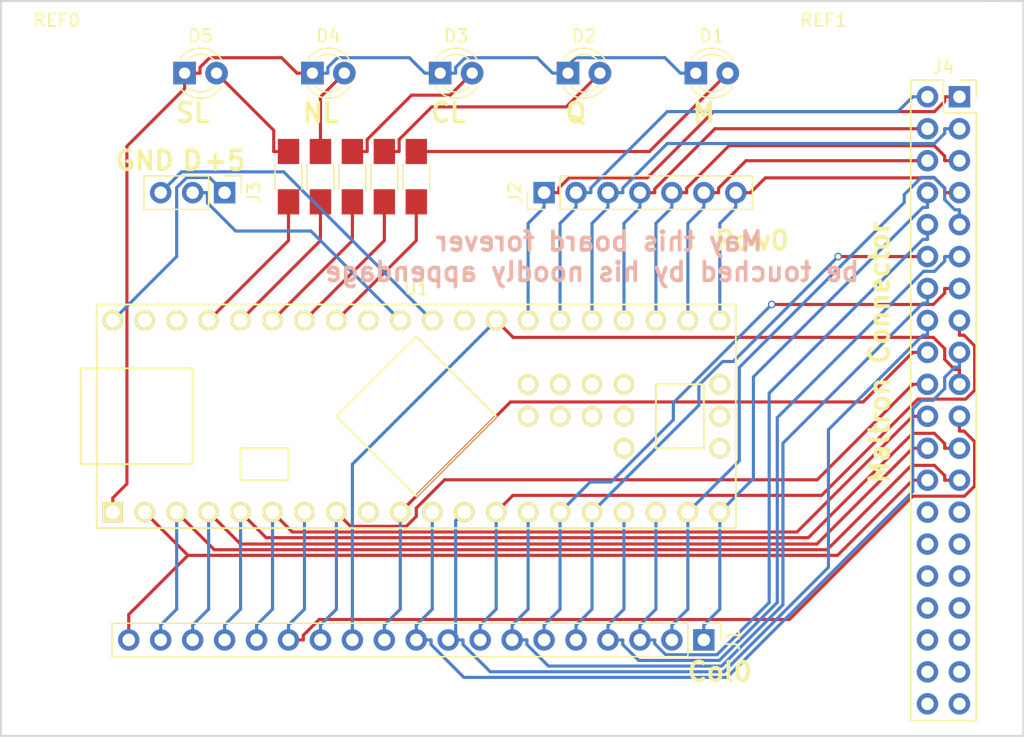
<source format=kicad_pcb>
(kicad_pcb (version 4) (host pcbnew 4.0.6)

  (general
    (links 70)
    (no_connects 0)
    (area 40.564999 50.724999 121.995001 109.295001)
    (thickness 1.6)
    (drawings 17)
    (tracks 338)
    (zones 0)
    (modules 17)
    (nets 72)
  )

  (page A4)
  (layers
    (0 F.Cu signal)
    (31 B.Cu signal)
    (32 B.Adhes user)
    (33 F.Adhes user)
    (34 B.Paste user)
    (35 F.Paste user)
    (36 B.SilkS user)
    (37 F.SilkS user)
    (38 B.Mask user)
    (39 F.Mask user)
    (40 Dwgs.User user)
    (41 Cmts.User user)
    (42 Eco1.User user)
    (43 Eco2.User user)
    (44 Edge.Cuts user)
    (45 Margin user)
    (46 B.CrtYd user)
    (47 F.CrtYd user)
    (48 B.Fab user)
    (49 F.Fab user)
  )

  (setup
    (last_trace_width 0.25)
    (trace_clearance 0.2)
    (zone_clearance 0.508)
    (zone_45_only no)
    (trace_min 0.2)
    (segment_width 0.2)
    (edge_width 0.15)
    (via_size 0.6)
    (via_drill 0.4)
    (via_min_size 0.4)
    (via_min_drill 0.3)
    (uvia_size 0.3)
    (uvia_drill 0.1)
    (uvias_allowed no)
    (uvia_min_size 0.2)
    (uvia_min_drill 0.1)
    (pcb_text_width 0.3)
    (pcb_text_size 1.5 1.5)
    (mod_edge_width 0.15)
    (mod_text_size 1 1)
    (mod_text_width 0.15)
    (pad_size 1.6 1.6)
    (pad_drill 1.1)
    (pad_to_mask_clearance 0.2)
    (aux_axis_origin 0 0)
    (visible_elements 7FFFFFFF)
    (pcbplotparams
      (layerselection 0x00030_80000001)
      (usegerberextensions false)
      (excludeedgelayer true)
      (linewidth 0.100000)
      (plotframeref false)
      (viasonmask false)
      (mode 1)
      (useauxorigin false)
      (hpglpennumber 1)
      (hpglpenspeed 20)
      (hpglpendiameter 15)
      (hpglpenoverlay 2)
      (psnegative false)
      (psa4output false)
      (plotreference true)
      (plotvalue true)
      (plotinvisibletext false)
      (padsonsilk false)
      (subtractmaskfromsilk false)
      (outputformat 1)
      (mirror false)
      (drillshape 1)
      (scaleselection 1)
      (outputdirectory ""))
  )

  (net 0 "")
  (net 1 "Net-(D1-Pad1)")
  (net 2 "Net-(D2-Pad2)")
  (net 3 "Net-(D3-Pad2)")
  (net 4 "Net-(D5-Pad2)")
  (net 5 "Net-(J1-Pad1)")
  (net 6 "Net-(J1-Pad2)")
  (net 7 "Net-(J1-Pad3)")
  (net 8 "Net-(J1-Pad4)")
  (net 9 "Net-(J1-Pad5)")
  (net 10 "Net-(J1-Pad6)")
  (net 11 "Net-(J1-Pad7)")
  (net 12 "Net-(J1-Pad8)")
  (net 13 "Net-(J1-Pad9)")
  (net 14 "Net-(J1-Pad10)")
  (net 15 "Net-(J1-Pad11)")
  (net 16 "Net-(J1-Pad12)")
  (net 17 "Net-(J1-Pad13)")
  (net 18 "Net-(J1-Pad14)")
  (net 19 "Net-(J1-Pad15)")
  (net 20 "Net-(J1-Pad16)")
  (net 21 "Net-(J1-Pad17)")
  (net 22 "Net-(J1-Pad18)")
  (net 23 "Net-(J1-Pad19)")
  (net 24 "Net-(J2-Pad1)")
  (net 25 "Net-(J2-Pad2)")
  (net 26 "Net-(J2-Pad3)")
  (net 27 "Net-(J2-Pad4)")
  (net 28 "Net-(J2-Pad5)")
  (net 29 "Net-(J2-Pad6)")
  (net 30 "Net-(J2-Pad7)")
  (net 31 "Net-(J3-Pad1)")
  (net 32 "Net-(J3-Pad2)")
  (net 33 "Net-(J3-Pad3)")
  (net 34 "Net-(J4-Pad27)")
  (net 35 "Net-(J4-Pad28)")
  (net 36 "Net-(J4-Pad29)")
  (net 37 "Net-(J4-Pad30)")
  (net 38 "Net-(J4-Pad31)")
  (net 39 "Net-(J4-Pad32)")
  (net 40 "Net-(J4-Pad33)")
  (net 41 "Net-(J4-Pad34)")
  (net 42 "Net-(J4-Pad35)")
  (net 43 "Net-(J4-Pad36)")
  (net 44 "Net-(J4-Pad37)")
  (net 45 "Net-(J4-Pad38)")
  (net 46 "Net-(J4-Pad39)")
  (net 47 "Net-(J4-Pad40)")
  (net 48 "Net-(U1-Pad9)")
  (net 49 "Net-(U1-Pad21)")
  (net 50 "Net-(U1-Pad22)")
  (net 51 "Net-(U1-Pad23)")
  (net 52 "Net-(U1-Pad32)")
  (net 53 "Net-(U1-Pad35)")
  (net 54 "Net-(U1-Pad41)")
  (net 55 "Net-(U1-Pad42)")
  (net 56 "Net-(U1-Pad44)")
  (net 57 "Net-(U1-Pad45)")
  (net 58 "Net-(U1-Pad46)")
  (net 59 "Net-(U1-Pad47)")
  (net 60 "Net-(U1-Pad48)")
  (net 61 "Net-(U1-Pad49)")
  (net 62 "Net-(U1-Pad50)")
  (net 63 "Net-(U1-Pad51)")
  (net 64 "Net-(U1-Pad52)")
  (net 65 "Net-(470R1-Pad1)")
  (net 66 "Net-(470R1-Pad2)")
  (net 67 "Net-(470R2-Pad1)")
  (net 68 "Net-(470R2-Pad2)")
  (net 69 "Net-(R1-Pad2)")
  (net 70 "Net-(R2-Pad2)")
  (net 71 "Net-(R3-Pad2)")

  (net_class Default "This is the default net class."
    (clearance 0.2)
    (trace_width 0.25)
    (via_dia 0.6)
    (via_drill 0.4)
    (uvia_dia 0.3)
    (uvia_drill 0.1)
    (add_net "Net-(470R1-Pad1)")
    (add_net "Net-(470R1-Pad2)")
    (add_net "Net-(470R2-Pad1)")
    (add_net "Net-(470R2-Pad2)")
    (add_net "Net-(D1-Pad1)")
    (add_net "Net-(D2-Pad2)")
    (add_net "Net-(D3-Pad2)")
    (add_net "Net-(D5-Pad2)")
    (add_net "Net-(J1-Pad1)")
    (add_net "Net-(J1-Pad10)")
    (add_net "Net-(J1-Pad11)")
    (add_net "Net-(J1-Pad12)")
    (add_net "Net-(J1-Pad13)")
    (add_net "Net-(J1-Pad14)")
    (add_net "Net-(J1-Pad15)")
    (add_net "Net-(J1-Pad16)")
    (add_net "Net-(J1-Pad17)")
    (add_net "Net-(J1-Pad18)")
    (add_net "Net-(J1-Pad19)")
    (add_net "Net-(J1-Pad2)")
    (add_net "Net-(J1-Pad3)")
    (add_net "Net-(J1-Pad4)")
    (add_net "Net-(J1-Pad5)")
    (add_net "Net-(J1-Pad6)")
    (add_net "Net-(J1-Pad7)")
    (add_net "Net-(J1-Pad8)")
    (add_net "Net-(J1-Pad9)")
    (add_net "Net-(J2-Pad1)")
    (add_net "Net-(J2-Pad2)")
    (add_net "Net-(J2-Pad3)")
    (add_net "Net-(J2-Pad4)")
    (add_net "Net-(J2-Pad5)")
    (add_net "Net-(J2-Pad6)")
    (add_net "Net-(J2-Pad7)")
    (add_net "Net-(J3-Pad1)")
    (add_net "Net-(J3-Pad2)")
    (add_net "Net-(J3-Pad3)")
    (add_net "Net-(J4-Pad27)")
    (add_net "Net-(J4-Pad28)")
    (add_net "Net-(J4-Pad29)")
    (add_net "Net-(J4-Pad30)")
    (add_net "Net-(J4-Pad31)")
    (add_net "Net-(J4-Pad32)")
    (add_net "Net-(J4-Pad33)")
    (add_net "Net-(J4-Pad34)")
    (add_net "Net-(J4-Pad35)")
    (add_net "Net-(J4-Pad36)")
    (add_net "Net-(J4-Pad37)")
    (add_net "Net-(J4-Pad38)")
    (add_net "Net-(J4-Pad39)")
    (add_net "Net-(J4-Pad40)")
    (add_net "Net-(R1-Pad2)")
    (add_net "Net-(R2-Pad2)")
    (add_net "Net-(R3-Pad2)")
    (add_net "Net-(U1-Pad21)")
    (add_net "Net-(U1-Pad22)")
    (add_net "Net-(U1-Pad23)")
    (add_net "Net-(U1-Pad32)")
    (add_net "Net-(U1-Pad35)")
    (add_net "Net-(U1-Pad41)")
    (add_net "Net-(U1-Pad42)")
    (add_net "Net-(U1-Pad44)")
    (add_net "Net-(U1-Pad45)")
    (add_net "Net-(U1-Pad46)")
    (add_net "Net-(U1-Pad47)")
    (add_net "Net-(U1-Pad48)")
    (add_net "Net-(U1-Pad49)")
    (add_net "Net-(U1-Pad50)")
    (add_net "Net-(U1-Pad51)")
    (add_net "Net-(U1-Pad52)")
    (add_net "Net-(U1-Pad9)")
  )

  (module Resistors_SMD:R_1206_HandSoldering (layer F.Cu) (tedit 5A2B853C) (tstamp 5A2B8320)
    (at 68.58 64.77 270)
    (descr "Resistor SMD 1206, hand soldering")
    (tags "resistor 1206")
    (path /5A2B81EC)
    (attr smd)
    (fp_text reference "" (at 0 -11.43 270) (layer F.SilkS) hide
      (effects (font (size 1 1) (thickness 0.15)))
    )
    (fp_text value "" (at 0 1.9 270) (layer F.Fab) hide
      (effects (font (size 1 1) (thickness 0.15)))
    )
    (fp_text user %R (at 0 0 270) (layer F.Fab)
      (effects (font (size 0.7 0.7) (thickness 0.105)))
    )
    (fp_line (start -1.6 0.8) (end -1.6 -0.8) (layer F.Fab) (width 0.1))
    (fp_line (start 1.6 0.8) (end -1.6 0.8) (layer F.Fab) (width 0.1))
    (fp_line (start 1.6 -0.8) (end 1.6 0.8) (layer F.Fab) (width 0.1))
    (fp_line (start -1.6 -0.8) (end 1.6 -0.8) (layer F.Fab) (width 0.1))
    (fp_line (start 1 1.07) (end -1 1.07) (layer F.SilkS) (width 0.12))
    (fp_line (start -1 -1.07) (end 1 -1.07) (layer F.SilkS) (width 0.12))
    (fp_line (start -3.25 -1.11) (end 3.25 -1.11) (layer F.CrtYd) (width 0.05))
    (fp_line (start -3.25 -1.11) (end -3.25 1.1) (layer F.CrtYd) (width 0.05))
    (fp_line (start 3.25 1.1) (end 3.25 -1.11) (layer F.CrtYd) (width 0.05))
    (fp_line (start 3.25 1.1) (end -3.25 1.1) (layer F.CrtYd) (width 0.05))
    (pad 1 smd rect (at -2 0 270) (size 2 1.7) (layers F.Cu F.Paste F.Mask)
      (net 3 "Net-(D3-Pad2)"))
    (pad 2 smd rect (at 2 0 270) (size 2 1.7) (layers F.Cu F.Paste F.Mask)
      (net 70 "Net-(R2-Pad2)"))
    (model ${KISYS3DMOD}/Resistors_SMD.3dshapes/R_1206.wrl
      (at (xyz 0 0 0))
      (scale (xyz 1 1 1))
      (rotate (xyz 0 0 0))
    )
  )

  (module LEDs:LED_D3.0mm (layer F.Cu) (tedit 587A3A7B) (tstamp 591906C8)
    (at 95.88 56.54)
    (descr "LED, diameter 3.0mm, 2 pins")
    (tags "LED diameter 3.0mm 2 pins")
    (path /5918EB8B)
    (fp_text reference D1 (at 1.27 -2.96) (layer F.SilkS)
      (effects (font (size 1 1) (thickness 0.15)))
    )
    (fp_text value LED (at 1.27 2.96) (layer F.Fab)
      (effects (font (size 1 1) (thickness 0.15)))
    )
    (fp_arc (start 1.27 0) (end -0.23 -1.16619) (angle 284.3) (layer F.Fab) (width 0.1))
    (fp_arc (start 1.27 0) (end -0.29 -1.235516) (angle 108.8) (layer F.SilkS) (width 0.12))
    (fp_arc (start 1.27 0) (end -0.29 1.235516) (angle -108.8) (layer F.SilkS) (width 0.12))
    (fp_arc (start 1.27 0) (end 0.229039 -1.08) (angle 87.9) (layer F.SilkS) (width 0.12))
    (fp_arc (start 1.27 0) (end 0.229039 1.08) (angle -87.9) (layer F.SilkS) (width 0.12))
    (fp_circle (center 1.27 0) (end 2.77 0) (layer F.Fab) (width 0.1))
    (fp_line (start -0.23 -1.16619) (end -0.23 1.16619) (layer F.Fab) (width 0.1))
    (fp_line (start -0.29 -1.236) (end -0.29 -1.08) (layer F.SilkS) (width 0.12))
    (fp_line (start -0.29 1.08) (end -0.29 1.236) (layer F.SilkS) (width 0.12))
    (fp_line (start -1.15 -2.25) (end -1.15 2.25) (layer F.CrtYd) (width 0.05))
    (fp_line (start -1.15 2.25) (end 3.7 2.25) (layer F.CrtYd) (width 0.05))
    (fp_line (start 3.7 2.25) (end 3.7 -2.25) (layer F.CrtYd) (width 0.05))
    (fp_line (start 3.7 -2.25) (end -1.15 -2.25) (layer F.CrtYd) (width 0.05))
    (pad 1 thru_hole rect (at 0 0) (size 1.8 1.8) (drill 0.9) (layers *.Cu *.Mask)
      (net 1 "Net-(D1-Pad1)"))
    (pad 2 thru_hole circle (at 2.54 0) (size 1.8 1.8) (drill 0.9) (layers *.Cu *.Mask)
      (net 65 "Net-(470R1-Pad1)"))
    (model LEDs.3dshapes/LED_D3.0mm.wrl
      (at (xyz 0 0 0))
      (scale (xyz 0.393701 0.393701 0.393701))
      (rotate (xyz 0 0 0))
    )
  )

  (module LEDs:LED_D3.0mm (layer F.Cu) (tedit 587A3A7B) (tstamp 591906CE)
    (at 85.72 56.54)
    (descr "LED, diameter 3.0mm, 2 pins")
    (tags "LED diameter 3.0mm 2 pins")
    (path /5918ECF7)
    (fp_text reference D2 (at 1.27 -2.96) (layer F.SilkS)
      (effects (font (size 1 1) (thickness 0.15)))
    )
    (fp_text value LED (at 1.27 2.96) (layer F.Fab)
      (effects (font (size 1 1) (thickness 0.15)))
    )
    (fp_arc (start 1.27 0) (end -0.23 -1.16619) (angle 284.3) (layer F.Fab) (width 0.1))
    (fp_arc (start 1.27 0) (end -0.29 -1.235516) (angle 108.8) (layer F.SilkS) (width 0.12))
    (fp_arc (start 1.27 0) (end -0.29 1.235516) (angle -108.8) (layer F.SilkS) (width 0.12))
    (fp_arc (start 1.27 0) (end 0.229039 -1.08) (angle 87.9) (layer F.SilkS) (width 0.12))
    (fp_arc (start 1.27 0) (end 0.229039 1.08) (angle -87.9) (layer F.SilkS) (width 0.12))
    (fp_circle (center 1.27 0) (end 2.77 0) (layer F.Fab) (width 0.1))
    (fp_line (start -0.23 -1.16619) (end -0.23 1.16619) (layer F.Fab) (width 0.1))
    (fp_line (start -0.29 -1.236) (end -0.29 -1.08) (layer F.SilkS) (width 0.12))
    (fp_line (start -0.29 1.08) (end -0.29 1.236) (layer F.SilkS) (width 0.12))
    (fp_line (start -1.15 -2.25) (end -1.15 2.25) (layer F.CrtYd) (width 0.05))
    (fp_line (start -1.15 2.25) (end 3.7 2.25) (layer F.CrtYd) (width 0.05))
    (fp_line (start 3.7 2.25) (end 3.7 -2.25) (layer F.CrtYd) (width 0.05))
    (fp_line (start 3.7 -2.25) (end -1.15 -2.25) (layer F.CrtYd) (width 0.05))
    (pad 1 thru_hole rect (at 0 0) (size 1.8 1.8) (drill 0.9) (layers *.Cu *.Mask)
      (net 1 "Net-(D1-Pad1)"))
    (pad 2 thru_hole circle (at 2.54 0) (size 1.8 1.8) (drill 0.9) (layers *.Cu *.Mask)
      (net 2 "Net-(D2-Pad2)"))
    (model LEDs.3dshapes/LED_D3.0mm.wrl
      (at (xyz 0 0 0))
      (scale (xyz 0.393701 0.393701 0.393701))
      (rotate (xyz 0 0 0))
    )
  )

  (module LEDs:LED_D3.0mm (layer F.Cu) (tedit 587A3A7B) (tstamp 591906D4)
    (at 75.56 56.54)
    (descr "LED, diameter 3.0mm, 2 pins")
    (tags "LED diameter 3.0mm 2 pins")
    (path /5918EDA4)
    (fp_text reference D3 (at 1.27 -2.96) (layer F.SilkS)
      (effects (font (size 1 1) (thickness 0.15)))
    )
    (fp_text value LED (at 1.27 2.96) (layer F.Fab)
      (effects (font (size 1 1) (thickness 0.15)))
    )
    (fp_arc (start 1.27 0) (end -0.23 -1.16619) (angle 284.3) (layer F.Fab) (width 0.1))
    (fp_arc (start 1.27 0) (end -0.29 -1.235516) (angle 108.8) (layer F.SilkS) (width 0.12))
    (fp_arc (start 1.27 0) (end -0.29 1.235516) (angle -108.8) (layer F.SilkS) (width 0.12))
    (fp_arc (start 1.27 0) (end 0.229039 -1.08) (angle 87.9) (layer F.SilkS) (width 0.12))
    (fp_arc (start 1.27 0) (end 0.229039 1.08) (angle -87.9) (layer F.SilkS) (width 0.12))
    (fp_circle (center 1.27 0) (end 2.77 0) (layer F.Fab) (width 0.1))
    (fp_line (start -0.23 -1.16619) (end -0.23 1.16619) (layer F.Fab) (width 0.1))
    (fp_line (start -0.29 -1.236) (end -0.29 -1.08) (layer F.SilkS) (width 0.12))
    (fp_line (start -0.29 1.08) (end -0.29 1.236) (layer F.SilkS) (width 0.12))
    (fp_line (start -1.15 -2.25) (end -1.15 2.25) (layer F.CrtYd) (width 0.05))
    (fp_line (start -1.15 2.25) (end 3.7 2.25) (layer F.CrtYd) (width 0.05))
    (fp_line (start 3.7 2.25) (end 3.7 -2.25) (layer F.CrtYd) (width 0.05))
    (fp_line (start 3.7 -2.25) (end -1.15 -2.25) (layer F.CrtYd) (width 0.05))
    (pad 1 thru_hole rect (at 0 0) (size 1.8 1.8) (drill 0.9) (layers *.Cu *.Mask)
      (net 1 "Net-(D1-Pad1)"))
    (pad 2 thru_hole circle (at 2.54 0) (size 1.8 1.8) (drill 0.9) (layers *.Cu *.Mask)
      (net 3 "Net-(D3-Pad2)"))
    (model LEDs.3dshapes/LED_D3.0mm.wrl
      (at (xyz 0 0 0))
      (scale (xyz 0.393701 0.393701 0.393701))
      (rotate (xyz 0 0 0))
    )
  )

  (module LEDs:LED_D3.0mm (layer F.Cu) (tedit 587A3A7B) (tstamp 591906DA)
    (at 65.4 56.54)
    (descr "LED, diameter 3.0mm, 2 pins")
    (tags "LED diameter 3.0mm 2 pins")
    (path /5918EE19)
    (fp_text reference D4 (at 1.27 -2.96) (layer F.SilkS)
      (effects (font (size 1 1) (thickness 0.15)))
    )
    (fp_text value LED (at 1.27 2.96) (layer F.Fab)
      (effects (font (size 1 1) (thickness 0.15)))
    )
    (fp_arc (start 1.27 0) (end -0.23 -1.16619) (angle 284.3) (layer F.Fab) (width 0.1))
    (fp_arc (start 1.27 0) (end -0.29 -1.235516) (angle 108.8) (layer F.SilkS) (width 0.12))
    (fp_arc (start 1.27 0) (end -0.29 1.235516) (angle -108.8) (layer F.SilkS) (width 0.12))
    (fp_arc (start 1.27 0) (end 0.229039 -1.08) (angle 87.9) (layer F.SilkS) (width 0.12))
    (fp_arc (start 1.27 0) (end 0.229039 1.08) (angle -87.9) (layer F.SilkS) (width 0.12))
    (fp_circle (center 1.27 0) (end 2.77 0) (layer F.Fab) (width 0.1))
    (fp_line (start -0.23 -1.16619) (end -0.23 1.16619) (layer F.Fab) (width 0.1))
    (fp_line (start -0.29 -1.236) (end -0.29 -1.08) (layer F.SilkS) (width 0.12))
    (fp_line (start -0.29 1.08) (end -0.29 1.236) (layer F.SilkS) (width 0.12))
    (fp_line (start -1.15 -2.25) (end -1.15 2.25) (layer F.CrtYd) (width 0.05))
    (fp_line (start -1.15 2.25) (end 3.7 2.25) (layer F.CrtYd) (width 0.05))
    (fp_line (start 3.7 2.25) (end 3.7 -2.25) (layer F.CrtYd) (width 0.05))
    (fp_line (start 3.7 -2.25) (end -1.15 -2.25) (layer F.CrtYd) (width 0.05))
    (pad 1 thru_hole rect (at 0 0) (size 1.8 1.8) (drill 0.9) (layers *.Cu *.Mask)
      (net 1 "Net-(D1-Pad1)"))
    (pad 2 thru_hole circle (at 2.54 0) (size 1.8 1.8) (drill 0.9) (layers *.Cu *.Mask)
      (net 67 "Net-(470R2-Pad1)"))
    (model LEDs.3dshapes/LED_D3.0mm.wrl
      (at (xyz 0 0 0))
      (scale (xyz 0.393701 0.393701 0.393701))
      (rotate (xyz 0 0 0))
    )
  )

  (module LEDs:LED_D3.0mm (layer F.Cu) (tedit 587A3A7B) (tstamp 591906E0)
    (at 55.24 56.54)
    (descr "LED, diameter 3.0mm, 2 pins")
    (tags "LED diameter 3.0mm 2 pins")
    (path /5918EEB6)
    (fp_text reference D5 (at 1.27 -2.96) (layer F.SilkS)
      (effects (font (size 1 1) (thickness 0.15)))
    )
    (fp_text value LED (at 1.27 2.96) (layer F.Fab)
      (effects (font (size 1 1) (thickness 0.15)))
    )
    (fp_arc (start 1.27 0) (end -0.23 -1.16619) (angle 284.3) (layer F.Fab) (width 0.1))
    (fp_arc (start 1.27 0) (end -0.29 -1.235516) (angle 108.8) (layer F.SilkS) (width 0.12))
    (fp_arc (start 1.27 0) (end -0.29 1.235516) (angle -108.8) (layer F.SilkS) (width 0.12))
    (fp_arc (start 1.27 0) (end 0.229039 -1.08) (angle 87.9) (layer F.SilkS) (width 0.12))
    (fp_arc (start 1.27 0) (end 0.229039 1.08) (angle -87.9) (layer F.SilkS) (width 0.12))
    (fp_circle (center 1.27 0) (end 2.77 0) (layer F.Fab) (width 0.1))
    (fp_line (start -0.23 -1.16619) (end -0.23 1.16619) (layer F.Fab) (width 0.1))
    (fp_line (start -0.29 -1.236) (end -0.29 -1.08) (layer F.SilkS) (width 0.12))
    (fp_line (start -0.29 1.08) (end -0.29 1.236) (layer F.SilkS) (width 0.12))
    (fp_line (start -1.15 -2.25) (end -1.15 2.25) (layer F.CrtYd) (width 0.05))
    (fp_line (start -1.15 2.25) (end 3.7 2.25) (layer F.CrtYd) (width 0.05))
    (fp_line (start 3.7 2.25) (end 3.7 -2.25) (layer F.CrtYd) (width 0.05))
    (fp_line (start 3.7 -2.25) (end -1.15 -2.25) (layer F.CrtYd) (width 0.05))
    (pad 1 thru_hole rect (at 0 0) (size 1.8 1.8) (drill 0.9) (layers *.Cu *.Mask)
      (net 1 "Net-(D1-Pad1)"))
    (pad 2 thru_hole circle (at 2.54 0) (size 1.8 1.8) (drill 0.9) (layers *.Cu *.Mask)
      (net 4 "Net-(D5-Pad2)"))
    (model LEDs.3dshapes/LED_D3.0mm.wrl
      (at (xyz 0 0 0))
      (scale (xyz 0.393701 0.393701 0.393701))
      (rotate (xyz 0 0 0))
    )
  )

  (module Socket_Strips:Socket_Strip_Straight_1x07_Pitch2.54mm (layer F.Cu) (tedit 58CD5446) (tstamp 59190702)
    (at 83.82 66.04 90)
    (descr "Through hole straight socket strip, 1x07, 2.54mm pitch, single row")
    (tags "Through hole socket strip THT 1x07 2.54mm single row")
    (path /5918EAE4)
    (fp_text reference J2 (at 0 -2.33 90) (layer F.SilkS)
      (effects (font (size 1 1) (thickness 0.15)))
    )
    (fp_text value CONN_ROW (at 0 17.57 90) (layer F.Fab)
      (effects (font (size 1 1) (thickness 0.15)))
    )
    (fp_line (start -1.27 -1.27) (end -1.27 16.51) (layer F.Fab) (width 0.1))
    (fp_line (start -1.27 16.51) (end 1.27 16.51) (layer F.Fab) (width 0.1))
    (fp_line (start 1.27 16.51) (end 1.27 -1.27) (layer F.Fab) (width 0.1))
    (fp_line (start 1.27 -1.27) (end -1.27 -1.27) (layer F.Fab) (width 0.1))
    (fp_line (start -1.33 1.27) (end -1.33 16.57) (layer F.SilkS) (width 0.12))
    (fp_line (start -1.33 16.57) (end 1.33 16.57) (layer F.SilkS) (width 0.12))
    (fp_line (start 1.33 16.57) (end 1.33 1.27) (layer F.SilkS) (width 0.12))
    (fp_line (start 1.33 1.27) (end -1.33 1.27) (layer F.SilkS) (width 0.12))
    (fp_line (start -1.33 0) (end -1.33 -1.33) (layer F.SilkS) (width 0.12))
    (fp_line (start -1.33 -1.33) (end 0 -1.33) (layer F.SilkS) (width 0.12))
    (fp_line (start -1.8 -1.8) (end -1.8 17.05) (layer F.CrtYd) (width 0.05))
    (fp_line (start -1.8 17.05) (end 1.8 17.05) (layer F.CrtYd) (width 0.05))
    (fp_line (start 1.8 17.05) (end 1.8 -1.8) (layer F.CrtYd) (width 0.05))
    (fp_line (start 1.8 -1.8) (end -1.8 -1.8) (layer F.CrtYd) (width 0.05))
    (fp_text user %R (at 0 -2.33 90) (layer F.Fab)
      (effects (font (size 1 1) (thickness 0.15)))
    )
    (pad 1 thru_hole rect (at 0 0 90) (size 1.7 1.7) (drill 1) (layers *.Cu *.Mask)
      (net 24 "Net-(J2-Pad1)"))
    (pad 2 thru_hole oval (at 0 2.54 90) (size 1.7 1.7) (drill 1) (layers *.Cu *.Mask)
      (net 25 "Net-(J2-Pad2)"))
    (pad 3 thru_hole oval (at 0 5.08 90) (size 1.7 1.7) (drill 1) (layers *.Cu *.Mask)
      (net 26 "Net-(J2-Pad3)"))
    (pad 4 thru_hole oval (at 0 7.62 90) (size 1.7 1.7) (drill 1) (layers *.Cu *.Mask)
      (net 27 "Net-(J2-Pad4)"))
    (pad 5 thru_hole oval (at 0 10.16 90) (size 1.7 1.7) (drill 1) (layers *.Cu *.Mask)
      (net 28 "Net-(J2-Pad5)"))
    (pad 6 thru_hole oval (at 0 12.7 90) (size 1.7 1.7) (drill 1) (layers *.Cu *.Mask)
      (net 29 "Net-(J2-Pad6)"))
    (pad 7 thru_hole oval (at 0 15.24 90) (size 1.7 1.7) (drill 1) (layers *.Cu *.Mask)
      (net 30 "Net-(J2-Pad7)"))
    (model ${KISYS3DMOD}/Socket_Strips.3dshapes/Socket_Strip_Straight_1x07_Pitch2.54mm.wrl
      (at (xyz 0 -0.3 0))
      (scale (xyz 1 1 1))
      (rotate (xyz 0 0 270))
    )
  )

  (module Teensy:Teensy2.0++ (layer F.Cu) (tedit 59191665) (tstamp 5919076D)
    (at 73.66 83.82)
    (descr 20)
    (path /5918E7FE)
    (fp_text reference U1 (at 0 -10.16) (layer F.SilkS)
      (effects (font (size 1 1) (thickness 0.15)))
    )
    (fp_text value Teensy++2.0 (at 0 10.16) (layer F.Fab)
      (effects (font (size 1 1) (thickness 0.15)))
    )
    (fp_line (start -17.78 3.81) (end -17.78 -3.81) (layer F.SilkS) (width 0.15))
    (fp_line (start -26.67 -3.81) (end -26.67 3.81) (layer F.SilkS) (width 0.15))
    (fp_line (start -17.78 -3.81) (end -26.67 -3.81) (layer F.SilkS) (width 0.15))
    (fp_line (start -17.78 3.81) (end -26.67 3.81) (layer F.SilkS) (width 0.15))
    (fp_line (start -13.97 5.08) (end -10.16 5.08) (layer F.SilkS) (width 0.15))
    (fp_line (start -10.16 5.08) (end -10.16 3.81) (layer F.SilkS) (width 0.15))
    (fp_line (start -10.16 3.81) (end -10.16 2.54) (layer F.SilkS) (width 0.15))
    (fp_line (start -10.16 2.54) (end -13.97 2.54) (layer F.SilkS) (width 0.15))
    (fp_line (start -13.97 2.54) (end -13.97 5.08) (layer F.SilkS) (width 0.15))
    (fp_line (start 22.86 2.54) (end 19.05 2.54) (layer F.SilkS) (width 0.15))
    (fp_line (start 19.05 2.54) (end 19.05 -2.54) (layer F.SilkS) (width 0.15))
    (fp_line (start 19.05 -2.54) (end 22.86 -2.54) (layer F.SilkS) (width 0.15))
    (fp_line (start 22.86 -2.54) (end 22.86 2.54) (layer F.SilkS) (width 0.15))
    (fp_line (start 0 6.35) (end -6.35 0) (layer F.SilkS) (width 0.15))
    (fp_line (start -6.35 0) (end 0 -6.35) (layer F.SilkS) (width 0.15))
    (fp_line (start 0 -6.35) (end 6.35 0) (layer F.SilkS) (width 0.15))
    (fp_line (start 6.35 0) (end 0 6.35) (layer F.SilkS) (width 0.15))
    (fp_line (start -25.4 -8.89) (end 25.4 -8.89) (layer F.SilkS) (width 0.15))
    (fp_line (start 25.4 -8.89) (end 25.4 8.89) (layer F.SilkS) (width 0.15))
    (fp_line (start 25.4 8.89) (end -25.4 8.89) (layer F.SilkS) (width 0.15))
    (fp_line (start -25.4 8.89) (end -25.4 -8.89) (layer F.SilkS) (width 0.15))
    (pad 9 thru_hole circle (at -3.81 7.62) (size 1.6 1.6) (drill 1.1) (layers *.Cu *.Mask F.SilkS)
      (net 48 "Net-(U1-Pad9)"))
    (pad 10 thru_hole circle (at -1.27 7.62) (size 1.6 1.6) (drill 1.1) (layers *.Cu *.Mask F.SilkS)
      (net 15 "Net-(J1-Pad11)"))
    (pad 11 thru_hole circle (at 1.27 7.62) (size 1.6 1.6) (drill 1.1) (layers *.Cu *.Mask F.SilkS)
      (net 14 "Net-(J1-Pad10)"))
    (pad 8 thru_hole circle (at -6.35 7.62) (size 1.6 1.6) (drill 1.1) (layers *.Cu *.Mask F.SilkS)
      (net 17 "Net-(J1-Pad13)"))
    (pad 7 thru_hole circle (at -8.89 7.62) (size 1.6 1.6) (drill 1.1) (layers *.Cu *.Mask F.SilkS)
      (net 18 "Net-(J1-Pad14)"))
    (pad 6 thru_hole circle (at -11.43 7.62) (size 1.6 1.6) (drill 1.1) (layers *.Cu *.Mask F.SilkS)
      (net 19 "Net-(J1-Pad15)"))
    (pad 5 thru_hole circle (at -13.97 7.62) (size 1.6 1.6) (drill 1.1) (layers *.Cu *.Mask F.SilkS)
      (net 20 "Net-(J1-Pad16)"))
    (pad 4 thru_hole circle (at -16.51 7.62) (size 1.6 1.6) (drill 1.1) (layers *.Cu *.Mask F.SilkS)
      (net 21 "Net-(J1-Pad17)"))
    (pad 3 thru_hole circle (at -19.05 7.62) (size 1.6 1.6) (drill 1.1) (layers *.Cu *.Mask F.SilkS)
      (net 22 "Net-(J1-Pad18)"))
    (pad 2 thru_hole circle (at -21.59 7.62) (size 1.6 1.6) (drill 1.1) (layers *.Cu *.Mask F.SilkS)
      (net 23 "Net-(J1-Pad19)"))
    (pad 1 thru_hole rect (at -24.13 7.62) (size 1.6 1.6) (drill 1.1) (layers *.Cu *.Mask F.SilkS)
      (net 1 "Net-(D1-Pad1)"))
    (pad 12 thru_hole circle (at 3.81 7.62) (size 1.6 1.6) (drill 1.1) (layers *.Cu *.Mask F.SilkS)
      (net 13 "Net-(J1-Pad9)"))
    (pad 13 thru_hole circle (at 6.35 7.62) (size 1.6 1.6) (drill 1.1) (layers *.Cu *.Mask F.SilkS)
      (net 12 "Net-(J1-Pad8)"))
    (pad 14 thru_hole circle (at 8.89 7.62) (size 1.6 1.6) (drill 1.1) (layers *.Cu *.Mask F.SilkS)
      (net 11 "Net-(J1-Pad7)"))
    (pad 15 thru_hole circle (at 11.43 7.62) (size 1.6 1.6) (drill 1.1) (layers *.Cu *.Mask F.SilkS)
      (net 10 "Net-(J1-Pad6)"))
    (pad 16 thru_hole circle (at 13.97 7.62) (size 1.6 1.6) (drill 1.1) (layers *.Cu *.Mask F.SilkS)
      (net 9 "Net-(J1-Pad5)"))
    (pad 17 thru_hole circle (at 16.51 7.62) (size 1.6 1.6) (drill 1.1) (layers *.Cu *.Mask F.SilkS)
      (net 8 "Net-(J1-Pad4)"))
    (pad 18 thru_hole circle (at 19.05 7.62) (size 1.6 1.6) (drill 1.1) (layers *.Cu *.Mask F.SilkS)
      (net 7 "Net-(J1-Pad3)"))
    (pad 19 thru_hole circle (at 21.59 7.62) (size 1.6 1.6) (drill 1.1) (layers *.Cu *.Mask F.SilkS)
      (net 6 "Net-(J1-Pad2)"))
    (pad 20 thru_hole circle (at 24.13 7.62) (size 1.6 1.6) (drill 1.1) (layers *.Cu *.Mask F.SilkS)
      (net 5 "Net-(J1-Pad1)"))
    (pad 21 thru_hole circle (at 24.13 2.54) (size 1.6 1.6) (drill 1.1) (layers *.Cu *.Mask F.SilkS)
      (net 49 "Net-(U1-Pad21)"))
    (pad 22 thru_hole circle (at 24.13 0) (size 1.6 1.6) (drill 1.1) (layers *.Cu *.Mask F.SilkS)
      (net 50 "Net-(U1-Pad22)"))
    (pad 23 thru_hole circle (at 24.13 -2.54) (size 1.6 1.6) (drill 1.1) (layers *.Cu *.Mask F.SilkS)
      (net 51 "Net-(U1-Pad23)"))
    (pad 24 thru_hole circle (at 24.13 -7.62) (size 1.6 1.6) (drill 1.1) (layers *.Cu *.Mask F.SilkS)
      (net 30 "Net-(J2-Pad7)"))
    (pad 25 thru_hole circle (at 21.59 -7.62) (size 1.6 1.6) (drill 1.1) (layers *.Cu *.Mask F.SilkS)
      (net 29 "Net-(J2-Pad6)"))
    (pad 26 thru_hole circle (at 19.05 -7.62) (size 1.6 1.6) (drill 1.1) (layers *.Cu *.Mask F.SilkS)
      (net 28 "Net-(J2-Pad5)"))
    (pad 27 thru_hole circle (at 16.51 -7.62) (size 1.6 1.6) (drill 1.1) (layers *.Cu *.Mask F.SilkS)
      (net 27 "Net-(J2-Pad4)"))
    (pad 28 thru_hole circle (at 13.97 -7.62) (size 1.6 1.6) (drill 1.1) (layers *.Cu *.Mask F.SilkS)
      (net 26 "Net-(J2-Pad3)"))
    (pad 29 thru_hole circle (at 11.43 -7.62) (size 1.6 1.6) (drill 1.1) (layers *.Cu *.Mask F.SilkS)
      (net 25 "Net-(J2-Pad2)"))
    (pad 30 thru_hole circle (at 8.89 -7.62) (size 1.6 1.6) (drill 1.1) (layers *.Cu *.Mask F.SilkS)
      (net 24 "Net-(J2-Pad1)"))
    (pad 31 thru_hole circle (at 6.35 -7.62) (size 1.6 1.6) (drill 1.1) (layers *.Cu *.Mask F.SilkS)
      (net 16 "Net-(J1-Pad12)"))
    (pad 32 thru_hole circle (at 3.81 -7.62) (size 1.6 1.6) (drill 1.1) (layers *.Cu *.Mask F.SilkS)
      (net 52 "Net-(U1-Pad32)"))
    (pad 33 thru_hole circle (at 1.27 -7.62) (size 1.6 1.6) (drill 1.1) (layers *.Cu *.Mask F.SilkS)
      (net 33 "Net-(J3-Pad3)"))
    (pad 34 thru_hole circle (at -1.27 -7.62) (size 1.6 1.6) (drill 1.1) (layers *.Cu *.Mask F.SilkS)
      (net 32 "Net-(J3-Pad2)"))
    (pad 35 thru_hole circle (at -3.81 -7.62) (size 1.6 1.6) (drill 1.1) (layers *.Cu *.Mask F.SilkS)
      (net 53 "Net-(U1-Pad35)"))
    (pad 36 thru_hole circle (at -6.35 -7.62) (size 1.6 1.6) (drill 1.1) (layers *.Cu *.Mask F.SilkS)
      (net 66 "Net-(470R1-Pad2)"))
    (pad 37 thru_hole circle (at -8.89 -7.62) (size 1.6 1.6) (drill 1.1) (layers *.Cu *.Mask F.SilkS)
      (net 69 "Net-(R1-Pad2)"))
    (pad 38 thru_hole circle (at -11.43 -7.62) (size 1.6 1.6) (drill 1.1) (layers *.Cu *.Mask F.SilkS)
      (net 70 "Net-(R2-Pad2)"))
    (pad 39 thru_hole circle (at -13.97 -7.62) (size 1.6 1.6) (drill 1.1) (layers *.Cu *.Mask F.SilkS)
      (net 68 "Net-(470R2-Pad2)"))
    (pad 40 thru_hole circle (at -16.51 -7.62) (size 1.6 1.6) (drill 1.1) (layers *.Cu *.Mask F.SilkS)
      (net 71 "Net-(R3-Pad2)"))
    (pad 41 thru_hole circle (at -19.05 -7.62) (size 1.6 1.6) (drill 1.1) (layers *.Cu *.Mask F.SilkS)
      (net 54 "Net-(U1-Pad41)"))
    (pad 42 thru_hole circle (at -21.59 -7.62) (size 1.6 1.6) (drill 1.1) (layers *.Cu *.Mask F.SilkS)
      (net 55 "Net-(U1-Pad42)"))
    (pad 43 thru_hole circle (at -24.13 -7.62) (size 1.6 1.6) (drill 1.1) (layers *.Cu *.Mask F.SilkS)
      (net 31 "Net-(J3-Pad1)"))
    (pad 44 thru_hole circle (at 8.89 -2.54) (size 1.6 1.6) (drill 1.1) (layers *.Cu *.Mask F.SilkS)
      (net 56 "Net-(U1-Pad44)"))
    (pad 45 thru_hole circle (at 11.43 -2.54) (size 1.6 1.6) (drill 1.1) (layers *.Cu *.Mask F.SilkS)
      (net 57 "Net-(U1-Pad45)"))
    (pad 46 thru_hole circle (at 13.97 -2.54) (size 1.6 1.6) (drill 1.1) (layers *.Cu *.Mask F.SilkS)
      (net 58 "Net-(U1-Pad46)"))
    (pad 47 thru_hole circle (at 16.51 -2.54) (size 1.6 1.6) (drill 1.1) (layers *.Cu *.Mask F.SilkS)
      (net 59 "Net-(U1-Pad47)"))
    (pad 48 thru_hole circle (at 8.89 0) (size 1.6 1.6) (drill 1.1) (layers *.Cu *.Mask F.SilkS)
      (net 60 "Net-(U1-Pad48)"))
    (pad 49 thru_hole circle (at 11.43 0) (size 1.6 1.6) (drill 1.1) (layers *.Cu *.Mask F.SilkS)
      (net 61 "Net-(U1-Pad49)"))
    (pad 50 thru_hole circle (at 13.97 0) (size 1.6 1.6) (drill 1.1) (layers *.Cu *.Mask F.SilkS)
      (net 62 "Net-(U1-Pad50)"))
    (pad 51 thru_hole circle (at 16.51 0) (size 1.6 1.6) (drill 1.1) (layers *.Cu *.Mask F.SilkS)
      (net 63 "Net-(U1-Pad51)"))
    (pad 52 thru_hole circle (at 16.51 2.54) (size 1.6 1.6) (drill 1.1) (layers *.Cu *.Mask F.SilkS)
      (net 64 "Net-(U1-Pad52)"))
  )

  (module Mounting_Holes:MountingHole_3.2mm_M3 (layer F.Cu) (tedit 5919282E) (tstamp 59190AF7)
    (at 45.08 56.54)
    (descr "Mounting Hole 3.2mm, no annular, M3")
    (tags "mounting hole 3.2mm no annular m3")
    (fp_text reference REF0 (at 0 -4.2) (layer F.SilkS)
      (effects (font (size 1 1) (thickness 0.15)))
    )
    (fp_text value MountingHole (at 5.72 -0.66 90) (layer F.Fab)
      (effects (font (size 1 1) (thickness 0.15)))
    )
    (fp_circle (center 0 0) (end 3.2 0) (layer Cmts.User) (width 0.15))
    (fp_circle (center 0 0) (end 3.45 0) (layer F.CrtYd) (width 0.05))
    (pad 1 np_thru_hole circle (at 0 0) (size 3.2 3.2) (drill 3.2) (layers *.Cu *.Mask))
  )

  (module Mounting_Holes:MountingHole_3.2mm_M3 (layer F.Cu) (tedit 59192837) (tstamp 59190B07)
    (at 106.04 56.54)
    (descr "Mounting Hole 3.2mm, no annular, M3")
    (tags "mounting hole 3.2mm no annular m3")
    (fp_text reference REF1 (at 0 -4.2) (layer F.SilkS)
      (effects (font (size 1 1) (thickness 0.15)))
    )
    (fp_text value MountingHole (at 0 4.2) (layer F.Fab)
      (effects (font (size 1 1) (thickness 0.15)))
    )
    (fp_circle (center 0 0) (end 3.2 0) (layer Cmts.User) (width 0.15))
    (fp_circle (center 0 0) (end 3.45 0) (layer F.CrtYd) (width 0.05))
    (pad 1 np_thru_hole circle (at 0 0) (size 3.2 3.2) (drill 3.2) (layers *.Cu *.Mask))
  )

  (module Socket_Strips:Socket_Strip_Straight_1x19_Pitch2.54mm (layer F.Cu) (tedit 58CD5447) (tstamp 591906F7)
    (at 96.52 101.6 270)
    (descr "Through hole straight socket strip, 1x19, 2.54mm pitch, single row")
    (tags "Through hole socket strip THT 1x19 2.54mm single row")
    (path /5918EA00)
    (fp_text reference J1 (at 0 -2.33 270) (layer F.SilkS)
      (effects (font (size 1 1) (thickness 0.15)))
    )
    (fp_text value CONN_COL (at 0 48.05 270) (layer F.Fab)
      (effects (font (size 1 1) (thickness 0.15)))
    )
    (fp_line (start -1.27 -1.27) (end -1.27 46.99) (layer F.Fab) (width 0.1))
    (fp_line (start -1.27 46.99) (end 1.27 46.99) (layer F.Fab) (width 0.1))
    (fp_line (start 1.27 46.99) (end 1.27 -1.27) (layer F.Fab) (width 0.1))
    (fp_line (start 1.27 -1.27) (end -1.27 -1.27) (layer F.Fab) (width 0.1))
    (fp_line (start -1.33 1.27) (end -1.33 47.05) (layer F.SilkS) (width 0.12))
    (fp_line (start -1.33 47.05) (end 1.33 47.05) (layer F.SilkS) (width 0.12))
    (fp_line (start 1.33 47.05) (end 1.33 1.27) (layer F.SilkS) (width 0.12))
    (fp_line (start 1.33 1.27) (end -1.33 1.27) (layer F.SilkS) (width 0.12))
    (fp_line (start -1.33 0) (end -1.33 -1.33) (layer F.SilkS) (width 0.12))
    (fp_line (start -1.33 -1.33) (end 0 -1.33) (layer F.SilkS) (width 0.12))
    (fp_line (start -1.8 -1.8) (end -1.8 47.5) (layer F.CrtYd) (width 0.05))
    (fp_line (start -1.8 47.5) (end 1.8 47.5) (layer F.CrtYd) (width 0.05))
    (fp_line (start 1.8 47.5) (end 1.8 -1.8) (layer F.CrtYd) (width 0.05))
    (fp_line (start 1.8 -1.8) (end -1.8 -1.8) (layer F.CrtYd) (width 0.05))
    (fp_text user %R (at 0 -2.33 270) (layer F.Fab)
      (effects (font (size 1 1) (thickness 0.15)))
    )
    (pad 1 thru_hole rect (at 0 0 270) (size 1.7 1.7) (drill 1) (layers *.Cu *.Mask)
      (net 5 "Net-(J1-Pad1)"))
    (pad 2 thru_hole oval (at 0 2.54 270) (size 1.7 1.7) (drill 1) (layers *.Cu *.Mask)
      (net 6 "Net-(J1-Pad2)"))
    (pad 3 thru_hole oval (at 0 5.08 270) (size 1.7 1.7) (drill 1) (layers *.Cu *.Mask)
      (net 7 "Net-(J1-Pad3)"))
    (pad 4 thru_hole oval (at 0 7.62 270) (size 1.7 1.7) (drill 1) (layers *.Cu *.Mask)
      (net 8 "Net-(J1-Pad4)"))
    (pad 5 thru_hole oval (at 0 10.16 270) (size 1.7 1.7) (drill 1) (layers *.Cu *.Mask)
      (net 9 "Net-(J1-Pad5)"))
    (pad 6 thru_hole oval (at 0 12.7 270) (size 1.7 1.7) (drill 1) (layers *.Cu *.Mask)
      (net 10 "Net-(J1-Pad6)"))
    (pad 7 thru_hole oval (at 0 15.24 270) (size 1.7 1.7) (drill 1) (layers *.Cu *.Mask)
      (net 11 "Net-(J1-Pad7)"))
    (pad 8 thru_hole oval (at 0 17.78 270) (size 1.7 1.7) (drill 1) (layers *.Cu *.Mask)
      (net 12 "Net-(J1-Pad8)"))
    (pad 9 thru_hole oval (at 0 20.32 270) (size 1.7 1.7) (drill 1) (layers *.Cu *.Mask)
      (net 13 "Net-(J1-Pad9)"))
    (pad 10 thru_hole oval (at 0 22.86 270) (size 1.7 1.7) (drill 1) (layers *.Cu *.Mask)
      (net 14 "Net-(J1-Pad10)"))
    (pad 11 thru_hole oval (at 0 25.4 270) (size 1.7 1.7) (drill 1) (layers *.Cu *.Mask)
      (net 15 "Net-(J1-Pad11)"))
    (pad 12 thru_hole oval (at 0 27.94 270) (size 1.7 1.7) (drill 1) (layers *.Cu *.Mask)
      (net 16 "Net-(J1-Pad12)"))
    (pad 13 thru_hole oval (at 0 30.48 270) (size 1.7 1.7) (drill 1) (layers *.Cu *.Mask)
      (net 17 "Net-(J1-Pad13)"))
    (pad 14 thru_hole oval (at 0 33.02 270) (size 1.7 1.7) (drill 1) (layers *.Cu *.Mask)
      (net 18 "Net-(J1-Pad14)"))
    (pad 15 thru_hole oval (at 0 35.56 270) (size 1.7 1.7) (drill 1) (layers *.Cu *.Mask)
      (net 19 "Net-(J1-Pad15)"))
    (pad 16 thru_hole oval (at 0 38.1 270) (size 1.7 1.7) (drill 1) (layers *.Cu *.Mask)
      (net 20 "Net-(J1-Pad16)"))
    (pad 17 thru_hole oval (at 0 40.64 270) (size 1.7 1.7) (drill 1) (layers *.Cu *.Mask)
      (net 21 "Net-(J1-Pad17)"))
    (pad 18 thru_hole oval (at 0 43.18 270) (size 1.7 1.7) (drill 1) (layers *.Cu *.Mask)
      (net 22 "Net-(J1-Pad18)"))
    (pad 19 thru_hole oval (at 0 45.72 270) (size 1.7 1.7) (drill 1) (layers *.Cu *.Mask)
      (net 23 "Net-(J1-Pad19)"))
    (model ${KISYS3DMOD}/Socket_Strips.3dshapes/Socket_Strip_Straight_1x19_Pitch2.54mm.wrl
      (at (xyz 0 -0.9 0))
      (scale (xyz 1 1 1))
      (rotate (xyz 0 0 270))
    )
  )

  (module Socket_Strips:Socket_Strip_Straight_1x03_Pitch2.54mm (layer F.Cu) (tedit 5919281B) (tstamp 59190709)
    (at 58.42 66.04 270)
    (descr "Through hole straight socket strip, 1x03, 2.54mm pitch, single row")
    (tags "Through hole socket strip THT 1x03 2.54mm single row")
    (path /5918E962)
    (fp_text reference J3 (at 0 -2.33 270) (layer F.SilkS)
      (effects (font (size 1 1) (thickness 0.15)))
    )
    (fp_text value RGB_LED (at 2.54 2.54 360) (layer F.Fab)
      (effects (font (size 1 1) (thickness 0.15)))
    )
    (fp_line (start -1.27 -1.27) (end -1.27 6.35) (layer F.Fab) (width 0.1))
    (fp_line (start -1.27 6.35) (end 1.27 6.35) (layer F.Fab) (width 0.1))
    (fp_line (start 1.27 6.35) (end 1.27 -1.27) (layer F.Fab) (width 0.1))
    (fp_line (start 1.27 -1.27) (end -1.27 -1.27) (layer F.Fab) (width 0.1))
    (fp_line (start -1.33 1.27) (end -1.33 6.41) (layer F.SilkS) (width 0.12))
    (fp_line (start -1.33 6.41) (end 1.33 6.41) (layer F.SilkS) (width 0.12))
    (fp_line (start 1.33 6.41) (end 1.33 1.27) (layer F.SilkS) (width 0.12))
    (fp_line (start 1.33 1.27) (end -1.33 1.27) (layer F.SilkS) (width 0.12))
    (fp_line (start -1.33 0) (end -1.33 -1.33) (layer F.SilkS) (width 0.12))
    (fp_line (start -1.33 -1.33) (end 0 -1.33) (layer F.SilkS) (width 0.12))
    (fp_line (start -1.8 -1.8) (end -1.8 6.85) (layer F.CrtYd) (width 0.05))
    (fp_line (start -1.8 6.85) (end 1.8 6.85) (layer F.CrtYd) (width 0.05))
    (fp_line (start 1.8 6.85) (end 1.8 -1.8) (layer F.CrtYd) (width 0.05))
    (fp_line (start 1.8 -1.8) (end -1.8 -1.8) (layer F.CrtYd) (width 0.05))
    (fp_text user %R (at 0 -2.33 270) (layer F.Fab)
      (effects (font (size 1 1) (thickness 0.15)))
    )
    (pad 1 thru_hole rect (at 0 0 270) (size 1.7 1.7) (drill 1) (layers *.Cu *.Mask)
      (net 31 "Net-(J3-Pad1)"))
    (pad 2 thru_hole oval (at 0 2.54 270) (size 1.7 1.7) (drill 1) (layers *.Cu *.Mask)
      (net 32 "Net-(J3-Pad2)"))
    (pad 3 thru_hole oval (at 0 5.08 270) (size 1.7 1.7) (drill 1) (layers *.Cu *.Mask)
      (net 33 "Net-(J3-Pad3)"))
    (model ${KISYS3DMOD}/Socket_Strips.3dshapes/Socket_Strip_Straight_1x03_Pitch2.54mm.wrl
      (at (xyz 0 -0.1 0))
      (scale (xyz 1 1 1))
      (rotate (xyz 0 0 270))
    )
  )

  (module Socket_Strips:Socket_Strip_Straight_2x20_Pitch2.54mm (layer F.Cu) (tedit 58CD544A) (tstamp 59190735)
    (at 116.84 58.42)
    (descr "Through hole straight socket strip, 2x20, 2.54mm pitch, double rows")
    (tags "Through hole socket strip THT 2x20 2.54mm double row")
    (path /5918EFE1)
    (fp_text reference J4 (at -1.27 -2.33) (layer F.SilkS)
      (effects (font (size 1 1) (thickness 0.15)))
    )
    (fp_text value CONN_MALTRON (at -1.27 50.59) (layer F.Fab)
      (effects (font (size 1 1) (thickness 0.15)))
    )
    (fp_line (start -3.81 -1.27) (end -3.81 49.53) (layer F.Fab) (width 0.1))
    (fp_line (start -3.81 49.53) (end 1.27 49.53) (layer F.Fab) (width 0.1))
    (fp_line (start 1.27 49.53) (end 1.27 -1.27) (layer F.Fab) (width 0.1))
    (fp_line (start 1.27 -1.27) (end -3.81 -1.27) (layer F.Fab) (width 0.1))
    (fp_line (start 1.33 1.27) (end 1.33 49.59) (layer F.SilkS) (width 0.12))
    (fp_line (start 1.33 49.59) (end -3.87 49.59) (layer F.SilkS) (width 0.12))
    (fp_line (start -3.87 49.59) (end -3.87 -1.33) (layer F.SilkS) (width 0.12))
    (fp_line (start -3.87 -1.33) (end -1.27 -1.33) (layer F.SilkS) (width 0.12))
    (fp_line (start -1.27 -1.33) (end -1.27 1.27) (layer F.SilkS) (width 0.12))
    (fp_line (start -1.27 1.27) (end 1.33 1.27) (layer F.SilkS) (width 0.12))
    (fp_line (start 1.33 0) (end 1.33 -1.33) (layer F.SilkS) (width 0.12))
    (fp_line (start 1.33 -1.33) (end 0.06 -1.33) (layer F.SilkS) (width 0.12))
    (fp_line (start -4.35 -1.8) (end -4.35 50.05) (layer F.CrtYd) (width 0.05))
    (fp_line (start -4.35 50.05) (end 1.8 50.05) (layer F.CrtYd) (width 0.05))
    (fp_line (start 1.8 50.05) (end 1.8 -1.8) (layer F.CrtYd) (width 0.05))
    (fp_line (start 1.8 -1.8) (end -4.35 -1.8) (layer F.CrtYd) (width 0.05))
    (fp_text user %R (at -1.27 -2.33) (layer F.Fab)
      (effects (font (size 1 1) (thickness 0.15)))
    )
    (pad 1 thru_hole rect (at 0 0) (size 1.7 1.7) (drill 1) (layers *.Cu *.Mask)
      (net 24 "Net-(J2-Pad1)"))
    (pad 2 thru_hole oval (at -2.54 0) (size 1.7 1.7) (drill 1) (layers *.Cu *.Mask)
      (net 25 "Net-(J2-Pad2)"))
    (pad 3 thru_hole oval (at 0 2.54) (size 1.7 1.7) (drill 1) (layers *.Cu *.Mask)
      (net 26 "Net-(J2-Pad3)"))
    (pad 4 thru_hole oval (at -2.54 2.54) (size 1.7 1.7) (drill 1) (layers *.Cu *.Mask)
      (net 27 "Net-(J2-Pad4)"))
    (pad 5 thru_hole oval (at 0 5.08) (size 1.7 1.7) (drill 1) (layers *.Cu *.Mask)
      (net 28 "Net-(J2-Pad5)"))
    (pad 6 thru_hole oval (at -2.54 5.08) (size 1.7 1.7) (drill 1) (layers *.Cu *.Mask)
      (net 29 "Net-(J2-Pad6)"))
    (pad 7 thru_hole oval (at 0 7.62) (size 1.7 1.7) (drill 1) (layers *.Cu *.Mask)
      (net 30 "Net-(J2-Pad7)"))
    (pad 8 thru_hole oval (at -2.54 7.62) (size 1.7 1.7) (drill 1) (layers *.Cu *.Mask)
      (net 5 "Net-(J1-Pad1)"))
    (pad 9 thru_hole oval (at 0 10.16) (size 1.7 1.7) (drill 1) (layers *.Cu *.Mask)
      (net 6 "Net-(J1-Pad2)"))
    (pad 10 thru_hole oval (at -2.54 10.16) (size 1.7 1.7) (drill 1) (layers *.Cu *.Mask)
      (net 7 "Net-(J1-Pad3)"))
    (pad 11 thru_hole oval (at 0 12.7) (size 1.7 1.7) (drill 1) (layers *.Cu *.Mask)
      (net 8 "Net-(J1-Pad4)"))
    (pad 12 thru_hole oval (at -2.54 12.7) (size 1.7 1.7) (drill 1) (layers *.Cu *.Mask)
      (net 9 "Net-(J1-Pad5)"))
    (pad 13 thru_hole oval (at 0 15.24) (size 1.7 1.7) (drill 1) (layers *.Cu *.Mask)
      (net 10 "Net-(J1-Pad6)"))
    (pad 14 thru_hole oval (at -2.54 15.24) (size 1.7 1.7) (drill 1) (layers *.Cu *.Mask)
      (net 11 "Net-(J1-Pad7)"))
    (pad 15 thru_hole oval (at 0 17.78) (size 1.7 1.7) (drill 1) (layers *.Cu *.Mask)
      (net 12 "Net-(J1-Pad8)"))
    (pad 16 thru_hole oval (at -2.54 17.78) (size 1.7 1.7) (drill 1) (layers *.Cu *.Mask)
      (net 13 "Net-(J1-Pad9)"))
    (pad 17 thru_hole oval (at 0 20.32) (size 1.7 1.7) (drill 1) (layers *.Cu *.Mask)
      (net 14 "Net-(J1-Pad10)"))
    (pad 18 thru_hole oval (at -2.54 20.32) (size 1.7 1.7) (drill 1) (layers *.Cu *.Mask)
      (net 15 "Net-(J1-Pad11)"))
    (pad 19 thru_hole oval (at 0 22.86) (size 1.7 1.7) (drill 1) (layers *.Cu *.Mask)
      (net 16 "Net-(J1-Pad12)"))
    (pad 20 thru_hole oval (at -2.54 22.86) (size 1.7 1.7) (drill 1) (layers *.Cu *.Mask)
      (net 17 "Net-(J1-Pad13)"))
    (pad 21 thru_hole oval (at 0 25.4) (size 1.7 1.7) (drill 1) (layers *.Cu *.Mask)
      (net 18 "Net-(J1-Pad14)"))
    (pad 22 thru_hole oval (at -2.54 25.4) (size 1.7 1.7) (drill 1) (layers *.Cu *.Mask)
      (net 19 "Net-(J1-Pad15)"))
    (pad 23 thru_hole oval (at 0 27.94) (size 1.7 1.7) (drill 1) (layers *.Cu *.Mask)
      (net 20 "Net-(J1-Pad16)"))
    (pad 24 thru_hole oval (at -2.54 27.94) (size 1.7 1.7) (drill 1) (layers *.Cu *.Mask)
      (net 21 "Net-(J1-Pad17)"))
    (pad 25 thru_hole oval (at 0 30.48) (size 1.7 1.7) (drill 1) (layers *.Cu *.Mask)
      (net 22 "Net-(J1-Pad18)"))
    (pad 26 thru_hole oval (at -2.54 30.48) (size 1.7 1.7) (drill 1) (layers *.Cu *.Mask)
      (net 23 "Net-(J1-Pad19)"))
    (pad 27 thru_hole oval (at 0 33.02) (size 1.7 1.7) (drill 1) (layers *.Cu *.Mask)
      (net 34 "Net-(J4-Pad27)"))
    (pad 28 thru_hole oval (at -2.54 33.02) (size 1.7 1.7) (drill 1) (layers *.Cu *.Mask)
      (net 35 "Net-(J4-Pad28)"))
    (pad 29 thru_hole oval (at 0 35.56) (size 1.7 1.7) (drill 1) (layers *.Cu *.Mask)
      (net 36 "Net-(J4-Pad29)"))
    (pad 30 thru_hole oval (at -2.54 35.56) (size 1.7 1.7) (drill 1) (layers *.Cu *.Mask)
      (net 37 "Net-(J4-Pad30)"))
    (pad 31 thru_hole oval (at 0 38.1) (size 1.7 1.7) (drill 1) (layers *.Cu *.Mask)
      (net 38 "Net-(J4-Pad31)"))
    (pad 32 thru_hole oval (at -2.54 38.1) (size 1.7 1.7) (drill 1) (layers *.Cu *.Mask)
      (net 39 "Net-(J4-Pad32)"))
    (pad 33 thru_hole oval (at 0 40.64) (size 1.7 1.7) (drill 1) (layers *.Cu *.Mask)
      (net 40 "Net-(J4-Pad33)"))
    (pad 34 thru_hole oval (at -2.54 40.64) (size 1.7 1.7) (drill 1) (layers *.Cu *.Mask)
      (net 41 "Net-(J4-Pad34)"))
    (pad 35 thru_hole oval (at 0 43.18) (size 1.7 1.7) (drill 1) (layers *.Cu *.Mask)
      (net 42 "Net-(J4-Pad35)"))
    (pad 36 thru_hole oval (at -2.54 43.18) (size 1.7 1.7) (drill 1) (layers *.Cu *.Mask)
      (net 43 "Net-(J4-Pad36)"))
    (pad 37 thru_hole oval (at 0 45.72) (size 1.7 1.7) (drill 1) (layers *.Cu *.Mask)
      (net 44 "Net-(J4-Pad37)"))
    (pad 38 thru_hole oval (at -2.54 45.72) (size 1.7 1.7) (drill 1) (layers *.Cu *.Mask)
      (net 45 "Net-(J4-Pad38)"))
    (pad 39 thru_hole oval (at 0 48.26) (size 1.7 1.7) (drill 1) (layers *.Cu *.Mask)
      (net 46 "Net-(J4-Pad39)"))
    (pad 40 thru_hole oval (at -2.54 48.26) (size 1.7 1.7) (drill 1) (layers *.Cu *.Mask)
      (net 47 "Net-(J4-Pad40)"))
    (model ${KISYS3DMOD}/Socket_Strips.3dshapes/Socket_Strip_Straight_2x20_Pitch2.54mm.wrl
      (at (xyz -0.05 -0.95 0))
      (scale (xyz 1 1 1))
      (rotate (xyz 0 0 270))
    )
  )

  (module Resistors_SMD:R_1206_HandSoldering (layer F.Cu) (tedit 5A2B8514) (tstamp 5A2B830E)
    (at 73.66 64.77 270)
    (descr "Resistor SMD 1206, hand soldering")
    (tags "resistor 1206")
    (path /5A2B8108)
    (attr smd)
    (fp_text reference "" (at 1.27 -5.08 270) (layer F.SilkS) hide
      (effects (font (size 1 1) (thickness 0.15)))
    )
    (fp_text value "" (at 0 1.9 270) (layer F.Fab) hide
      (effects (font (size 1 1) (thickness 0.15)))
    )
    (fp_text user %R (at 0 0 270) (layer F.Fab)
      (effects (font (size 0.7 0.7) (thickness 0.105)))
    )
    (fp_line (start -1.6 0.8) (end -1.6 -0.8) (layer F.Fab) (width 0.1))
    (fp_line (start 1.6 0.8) (end -1.6 0.8) (layer F.Fab) (width 0.1))
    (fp_line (start 1.6 -0.8) (end 1.6 0.8) (layer F.Fab) (width 0.1))
    (fp_line (start -1.6 -0.8) (end 1.6 -0.8) (layer F.Fab) (width 0.1))
    (fp_line (start 1 1.07) (end -1 1.07) (layer F.SilkS) (width 0.12))
    (fp_line (start -1 -1.07) (end 1 -1.07) (layer F.SilkS) (width 0.12))
    (fp_line (start -3.25 -1.11) (end 3.25 -1.11) (layer F.CrtYd) (width 0.05))
    (fp_line (start -3.25 -1.11) (end -3.25 1.1) (layer F.CrtYd) (width 0.05))
    (fp_line (start 3.25 1.1) (end 3.25 -1.11) (layer F.CrtYd) (width 0.05))
    (fp_line (start 3.25 1.1) (end -3.25 1.1) (layer F.CrtYd) (width 0.05))
    (pad 1 smd rect (at -2 0 270) (size 2 1.7) (layers F.Cu F.Paste F.Mask)
      (net 65 "Net-(470R1-Pad1)"))
    (pad 2 smd rect (at 2 0 270) (size 2 1.7) (layers F.Cu F.Paste F.Mask)
      (net 66 "Net-(470R1-Pad2)"))
    (model ${KISYS3DMOD}/Resistors_SMD.3dshapes/R_1206.wrl
      (at (xyz 0 0 0))
      (scale (xyz 1 1 1))
      (rotate (xyz 0 0 0))
    )
  )

  (module Resistors_SMD:R_1206_HandSoldering (layer F.Cu) (tedit 5A2B854A) (tstamp 5A2B8314)
    (at 66.04 64.77 270)
    (descr "Resistor SMD 1206, hand soldering")
    (tags "resistor 1206")
    (path /5A2B823D)
    (attr smd)
    (fp_text reference "" (at 1.27 -10.16 270) (layer F.SilkS) hide
      (effects (font (size 1 1) (thickness 0.15)))
    )
    (fp_text value "" (at 0 1.9 270) (layer F.Fab) hide
      (effects (font (size 1 1) (thickness 0.15)))
    )
    (fp_text user %R (at 0 0 270) (layer F.Fab)
      (effects (font (size 0.7 0.7) (thickness 0.105)))
    )
    (fp_line (start -1.6 0.8) (end -1.6 -0.8) (layer F.Fab) (width 0.1))
    (fp_line (start 1.6 0.8) (end -1.6 0.8) (layer F.Fab) (width 0.1))
    (fp_line (start 1.6 -0.8) (end 1.6 0.8) (layer F.Fab) (width 0.1))
    (fp_line (start -1.6 -0.8) (end 1.6 -0.8) (layer F.Fab) (width 0.1))
    (fp_line (start 1 1.07) (end -1 1.07) (layer F.SilkS) (width 0.12))
    (fp_line (start -1 -1.07) (end 1 -1.07) (layer F.SilkS) (width 0.12))
    (fp_line (start -3.25 -1.11) (end 3.25 -1.11) (layer F.CrtYd) (width 0.05))
    (fp_line (start -3.25 -1.11) (end -3.25 1.1) (layer F.CrtYd) (width 0.05))
    (fp_line (start 3.25 1.1) (end 3.25 -1.11) (layer F.CrtYd) (width 0.05))
    (fp_line (start 3.25 1.1) (end -3.25 1.1) (layer F.CrtYd) (width 0.05))
    (pad 1 smd rect (at -2 0 270) (size 2 1.7) (layers F.Cu F.Paste F.Mask)
      (net 67 "Net-(470R2-Pad1)"))
    (pad 2 smd rect (at 2 0 270) (size 2 1.7) (layers F.Cu F.Paste F.Mask)
      (net 68 "Net-(470R2-Pad2)"))
    (model ${KISYS3DMOD}/Resistors_SMD.3dshapes/R_1206.wrl
      (at (xyz 0 0 0))
      (scale (xyz 1 1 1))
      (rotate (xyz 0 0 0))
    )
  )

  (module Resistors_SMD:R_1206_HandSoldering (layer F.Cu) (tedit 5A2B852D) (tstamp 5A2B831A)
    (at 71.12 64.77 270)
    (descr "Resistor SMD 1206, hand soldering")
    (tags "resistor 1206")
    (path /5A2B8181)
    (attr smd)
    (fp_text reference "" (at 0 -1.85 270) (layer F.SilkS) hide
      (effects (font (size 1 1) (thickness 0.15)))
    )
    (fp_text value "" (at 0 -6.35 270) (layer F.Fab) hide
      (effects (font (size 1 1) (thickness 0.15)))
    )
    (fp_text user %R (at 0 0 270) (layer F.Fab)
      (effects (font (size 0.7 0.7) (thickness 0.105)))
    )
    (fp_line (start -1.6 0.8) (end -1.6 -0.8) (layer F.Fab) (width 0.1))
    (fp_line (start 1.6 0.8) (end -1.6 0.8) (layer F.Fab) (width 0.1))
    (fp_line (start 1.6 -0.8) (end 1.6 0.8) (layer F.Fab) (width 0.1))
    (fp_line (start -1.6 -0.8) (end 1.6 -0.8) (layer F.Fab) (width 0.1))
    (fp_line (start 1 1.07) (end -1 1.07) (layer F.SilkS) (width 0.12))
    (fp_line (start -1 -1.07) (end 1 -1.07) (layer F.SilkS) (width 0.12))
    (fp_line (start -3.25 -1.11) (end 3.25 -1.11) (layer F.CrtYd) (width 0.05))
    (fp_line (start -3.25 -1.11) (end -3.25 1.1) (layer F.CrtYd) (width 0.05))
    (fp_line (start 3.25 1.1) (end 3.25 -1.11) (layer F.CrtYd) (width 0.05))
    (fp_line (start 3.25 1.1) (end -3.25 1.1) (layer F.CrtYd) (width 0.05))
    (pad 1 smd rect (at -2 0 270) (size 2 1.7) (layers F.Cu F.Paste F.Mask)
      (net 2 "Net-(D2-Pad2)"))
    (pad 2 smd rect (at 2 0 270) (size 2 1.7) (layers F.Cu F.Paste F.Mask)
      (net 69 "Net-(R1-Pad2)"))
    (model ${KISYS3DMOD}/Resistors_SMD.3dshapes/R_1206.wrl
      (at (xyz 0 0 0))
      (scale (xyz 1 1 1))
      (rotate (xyz 0 0 0))
    )
  )

  (module Resistors_SMD:R_1206_HandSoldering (layer F.Cu) (tedit 5A2B855A) (tstamp 5A2B8326)
    (at 63.5 64.77 270)
    (descr "Resistor SMD 1206, hand soldering")
    (tags "resistor 1206")
    (path /5A2B8296)
    (attr smd)
    (fp_text reference "" (at 0 -1.85 270) (layer F.SilkS) hide
      (effects (font (size 1 1) (thickness 0.15)))
    )
    (fp_text value "" (at 0 1.9 270) (layer F.Fab) hide
      (effects (font (size 1 1) (thickness 0.15)))
    )
    (fp_text user %R (at 0 0 270) (layer F.Fab)
      (effects (font (size 0.7 0.7) (thickness 0.105)))
    )
    (fp_line (start -1.6 0.8) (end -1.6 -0.8) (layer F.Fab) (width 0.1))
    (fp_line (start 1.6 0.8) (end -1.6 0.8) (layer F.Fab) (width 0.1))
    (fp_line (start 1.6 -0.8) (end 1.6 0.8) (layer F.Fab) (width 0.1))
    (fp_line (start -1.6 -0.8) (end 1.6 -0.8) (layer F.Fab) (width 0.1))
    (fp_line (start 1 1.07) (end -1 1.07) (layer F.SilkS) (width 0.12))
    (fp_line (start -1 -1.07) (end 1 -1.07) (layer F.SilkS) (width 0.12))
    (fp_line (start -3.25 -1.11) (end 3.25 -1.11) (layer F.CrtYd) (width 0.05))
    (fp_line (start -3.25 -1.11) (end -3.25 1.1) (layer F.CrtYd) (width 0.05))
    (fp_line (start 3.25 1.1) (end 3.25 -1.11) (layer F.CrtYd) (width 0.05))
    (fp_line (start 3.25 1.1) (end -3.25 1.1) (layer F.CrtYd) (width 0.05))
    (pad 1 smd rect (at -2 0 270) (size 2 1.7) (layers F.Cu F.Paste F.Mask)
      (net 4 "Net-(D5-Pad2)"))
    (pad 2 smd rect (at 2 0 270) (size 2 1.7) (layers F.Cu F.Paste F.Mask)
      (net 71 "Net-(R3-Pad2)"))
    (model ${KISYS3DMOD}/Resistors_SMD.3dshapes/R_1206.wrl
      (at (xyz 0 0 0))
      (scale (xyz 1 1 1))
      (rotate (xyz 0 0 0))
    )
  )

  (gr_text "May this board forever \nbe touched by his noodly appendage" (at 87.63 71.12) (layer B.SilkS)
    (effects (font (size 1.5 1.5) (thickness 0.3)) (justify mirror))
  )
  (gr_text "Maltron Connector" (at 110.49 78.74 90) (layer F.SilkS)
    (effects (font (size 1.5 1.5) (thickness 0.3)))
  )
  (gr_text M (at 96.52 59.69) (layer F.SilkS)
    (effects (font (size 1.5 1.5) (thickness 0.3)))
  )
  (gr_text Q (at 86.36 59.69) (layer F.SilkS)
    (effects (font (size 1.5 1.5) (thickness 0.3)))
  )
  (gr_text CL (at 76.2 59.69) (layer F.SilkS)
    (effects (font (size 1.5 1.5) (thickness 0.3)))
  )
  (gr_text NL (at 66.04 59.69) (layer F.SilkS)
    (effects (font (size 1.5 1.5) (thickness 0.3)))
  )
  (gr_text SL (at 55.88 59.69) (layer F.SilkS)
    (effects (font (size 1.5 1.5) (thickness 0.3)))
  )
  (gr_text "Col0\n" (at 97.79 104.14) (layer F.SilkS)
    (effects (font (size 1.5 1.5) (thickness 0.3)))
  )
  (gr_text Row0 (at 100.33 69.85) (layer F.SilkS)
    (effects (font (size 1.5 1.5) (thickness 0.3)))
  )
  (gr_text GND (at 52.07 63.5) (layer F.SilkS)
    (effects (font (size 1.5 1.5) (thickness 0.3)))
  )
  (gr_text D (at 55.88 63.5) (layer F.SilkS)
    (effects (font (size 1.5 1.5) (thickness 0.3)))
  )
  (gr_text +5 (at 58.42 63.5) (layer F.SilkS)
    (effects (font (size 1.5 1.5) (thickness 0.3)))
  )
  (gr_line (start 40.64 109.22) (end 40.64 50.8) (angle 90) (layer Edge.Cuts) (width 0.15))
  (gr_line (start 121.92 109.22) (end 40.64 109.22) (angle 90) (layer Edge.Cuts) (width 0.15))
  (gr_line (start 121.92 50.8) (end 121.92 109.22) (angle 90) (layer Edge.Cuts) (width 0.15))
  (gr_line (start 119.38 50.8) (end 121.92 50.8) (angle 90) (layer Edge.Cuts) (width 0.15))
  (gr_line (start 40.64 50.8) (end 119.38 50.8) (angle 90) (layer Edge.Cuts) (width 0.15))

  (segment (start 83.2694 55.3147) (end 84.4947 56.54) (width 0.25) (layer B.Cu) (net 1))
  (segment (start 77.5511 55.3147) (end 83.2694 55.3147) (width 0.25) (layer B.Cu) (net 1))
  (segment (start 76.7853 56.0805) (end 77.5511 55.3147) (width 0.25) (layer B.Cu) (net 1))
  (segment (start 76.7853 56.54) (end 76.7853 56.0805) (width 0.25) (layer B.Cu) (net 1))
  (segment (start 75.56 56.54) (end 76.7853 56.54) (width 0.25) (layer B.Cu) (net 1))
  (segment (start 85.72 56.54) (end 85.1074 56.54) (width 0.25) (layer B.Cu) (net 1))
  (segment (start 85.1074 56.54) (end 84.4947 56.54) (width 0.25) (layer B.Cu) (net 1))
  (segment (start 93.4294 55.3147) (end 94.6547 56.54) (width 0.25) (layer B.Cu) (net 1))
  (segment (start 86.3327 55.3147) (end 93.4294 55.3147) (width 0.25) (layer B.Cu) (net 1))
  (segment (start 85.1074 56.54) (end 86.3327 55.3147) (width 0.25) (layer B.Cu) (net 1))
  (segment (start 95.88 56.54) (end 94.6547 56.54) (width 0.25) (layer B.Cu) (net 1))
  (segment (start 62.9494 55.3147) (end 64.1747 56.54) (width 0.25) (layer F.Cu) (net 1))
  (segment (start 57.2311 55.3147) (end 62.9494 55.3147) (width 0.25) (layer F.Cu) (net 1))
  (segment (start 56.4653 56.0805) (end 57.2311 55.3147) (width 0.25) (layer F.Cu) (net 1))
  (segment (start 56.4653 56.54) (end 56.4653 56.0805) (width 0.25) (layer F.Cu) (net 1))
  (segment (start 55.24 56.54) (end 56.4653 56.54) (width 0.25) (layer F.Cu) (net 1))
  (segment (start 65.4 56.54) (end 64.1747 56.54) (width 0.25) (layer F.Cu) (net 1))
  (segment (start 50.6553 62.35) (end 55.24 57.7653) (width 0.25) (layer F.Cu) (net 1))
  (segment (start 50.6553 89.1894) (end 50.6553 62.35) (width 0.25) (layer F.Cu) (net 1))
  (segment (start 49.53 90.3147) (end 50.6553 89.1894) (width 0.25) (layer F.Cu) (net 1))
  (segment (start 49.53 91.44) (end 49.53 90.3147) (width 0.25) (layer F.Cu) (net 1))
  (segment (start 55.24 56.54) (end 55.24 57.7653) (width 0.25) (layer F.Cu) (net 1))
  (segment (start 73.1094 55.3147) (end 74.3347 56.54) (width 0.25) (layer B.Cu) (net 1))
  (segment (start 67.3911 55.3147) (end 73.1094 55.3147) (width 0.25) (layer B.Cu) (net 1))
  (segment (start 66.6253 56.0805) (end 67.3911 55.3147) (width 0.25) (layer B.Cu) (net 1))
  (segment (start 66.6253 56.54) (end 66.6253 56.0805) (width 0.25) (layer B.Cu) (net 1))
  (segment (start 65.4 56.54) (end 66.6253 56.54) (width 0.25) (layer B.Cu) (net 1))
  (segment (start 75.56 56.54) (end 74.3347 56.54) (width 0.25) (layer B.Cu) (net 1))
  (segment (start 85.5781 59.2219) (end 88.26 56.54) (width 0.25) (layer F.Cu) (net 2))
  (segment (start 74.8885 59.2219) (end 85.5781 59.2219) (width 0.25) (layer F.Cu) (net 2))
  (segment (start 72.2953 61.8151) (end 74.8885 59.2219) (width 0.25) (layer F.Cu) (net 2))
  (segment (start 72.2953 62.77) (end 72.2953 61.8151) (width 0.25) (layer F.Cu) (net 2))
  (segment (start 71.12 62.77) (end 72.2953 62.77) (width 0.25) (layer F.Cu) (net 2))
  (segment (start 76.3496 58.2904) (end 78.1 56.54) (width 0.25) (layer F.Cu) (net 3))
  (segment (start 73.28 58.2904) (end 76.3496 58.2904) (width 0.25) (layer F.Cu) (net 3))
  (segment (start 69.7553 61.8151) (end 73.28 58.2904) (width 0.25) (layer F.Cu) (net 3))
  (segment (start 69.7553 62.77) (end 69.7553 61.8151) (width 0.25) (layer F.Cu) (net 3))
  (segment (start 68.58 62.77) (end 69.7553 62.77) (width 0.25) (layer F.Cu) (net 3))
  (segment (start 62.3247 61.0847) (end 57.78 56.54) (width 0.25) (layer F.Cu) (net 4))
  (segment (start 62.3247 62.77) (end 62.3247 61.0847) (width 0.25) (layer F.Cu) (net 4))
  (segment (start 63.5 62.77) (end 62.3247 62.77) (width 0.25) (layer F.Cu) (net 4))
  (segment (start 97.79 99.1547) (end 97.79 91.44) (width 0.25) (layer B.Cu) (net 5))
  (segment (start 96.52 100.4247) (end 97.79 99.1547) (width 0.25) (layer B.Cu) (net 5))
  (segment (start 96.52 101.6) (end 96.52 100.4247) (width 0.25) (layer B.Cu) (net 5))
  (segment (start 100.4608 88.7692) (end 97.79 91.44) (width 0.25) (layer B.Cu) (net 5))
  (segment (start 100.4608 80.6872) (end 100.4608 88.7692) (width 0.25) (layer B.Cu) (net 5))
  (segment (start 113.9327 67.2153) (end 100.4608 80.6872) (width 0.25) (layer B.Cu) (net 5))
  (segment (start 114.3 67.2153) (end 113.9327 67.2153) (width 0.25) (layer B.Cu) (net 5))
  (segment (start 114.3 66.04) (end 114.3 67.2153) (width 0.25) (layer B.Cu) (net 5))
  (segment (start 95.25 99.1547) (end 93.98 100.4247) (width 0.25) (layer B.Cu) (net 6))
  (segment (start 95.25 91.44) (end 95.25 99.1547) (width 0.25) (layer B.Cu) (net 6))
  (segment (start 93.98 101.6) (end 93.98 100.4247) (width 0.25) (layer B.Cu) (net 6))
  (segment (start 116.84 68.58) (end 116.84 67.4047) (width 0.25) (layer B.Cu) (net 6))
  (segment (start 116.4726 67.4047) (end 116.84 67.4047) (width 0.25) (layer B.Cu) (net 6))
  (segment (start 115.6647 66.5968) (end 116.4726 67.4047) (width 0.25) (layer B.Cu) (net 6))
  (segment (start 115.6647 65.7037) (end 115.6647 66.5968) (width 0.25) (layer B.Cu) (net 6))
  (segment (start 114.7871 64.8261) (end 115.6647 65.7037) (width 0.25) (layer B.Cu) (net 6))
  (segment (start 113.8188 64.8261) (end 114.7871 64.8261) (width 0.25) (layer B.Cu) (net 6))
  (segment (start 112.4497 66.1952) (end 113.8188 64.8261) (width 0.25) (layer B.Cu) (net 6))
  (segment (start 112.4497 66.8233) (end 112.4497 66.1952) (width 0.25) (layer B.Cu) (net 6))
  (segment (start 99.3377 79.9353) (end 112.4497 66.8233) (width 0.25) (layer B.Cu) (net 6))
  (segment (start 99.3377 87.3523) (end 99.3377 79.9353) (width 0.25) (layer B.Cu) (net 6))
  (segment (start 95.25 91.44) (end 99.3377 87.3523) (width 0.25) (layer B.Cu) (net 6))
  (segment (start 92.71 99.1547) (end 92.71 91.44) (width 0.25) (layer B.Cu) (net 7))
  (segment (start 91.44 100.4247) (end 92.71 99.1547) (width 0.25) (layer B.Cu) (net 7))
  (segment (start 91.44 101.6) (end 91.44 100.4247) (width 0.25) (layer B.Cu) (net 7))
  (segment (start 114.3 68.58) (end 114.3 69.7553) (width 0.25) (layer B.Cu) (net 7))
  (segment (start 91.44 101.6) (end 92.6153 101.6) (width 0.25) (layer B.Cu) (net 7))
  (segment (start 113.9327 69.7553) (end 114.3 69.7553) (width 0.25) (layer B.Cu) (net 7))
  (segment (start 101.7155 81.9725) (end 113.9327 69.7553) (width 0.25) (layer B.Cu) (net 7))
  (segment (start 101.7155 98.6249) (end 101.7155 81.9725) (width 0.25) (layer B.Cu) (net 7))
  (segment (start 97.565 102.7754) (end 101.7155 98.6249) (width 0.25) (layer B.Cu) (net 7))
  (segment (start 93.4894 102.7754) (end 97.565 102.7754) (width 0.25) (layer B.Cu) (net 7))
  (segment (start 92.6153 101.9013) (end 93.4894 102.7754) (width 0.25) (layer B.Cu) (net 7))
  (segment (start 92.6153 101.6) (end 92.6153 101.9013) (width 0.25) (layer B.Cu) (net 7))
  (segment (start 90.17 99.1547) (end 88.9 100.4247) (width 0.25) (layer B.Cu) (net 8))
  (segment (start 90.17 91.44) (end 90.17 99.1547) (width 0.25) (layer B.Cu) (net 8))
  (segment (start 88.9 101.0123) (end 88.9 100.4247) (width 0.25) (layer B.Cu) (net 8))
  (segment (start 88.9 101.0123) (end 88.9 101.6) (width 0.25) (layer B.Cu) (net 8))
  (segment (start 88.9 101.6) (end 90.0753 101.6) (width 0.25) (layer B.Cu) (net 8))
  (segment (start 116.84 71.12) (end 115.6647 71.12) (width 0.25) (layer B.Cu) (net 8))
  (segment (start 90.0753 101.9673) (end 90.0753 101.6) (width 0.25) (layer B.Cu) (net 8))
  (segment (start 91.3337 103.2257) (end 90.0753 101.9673) (width 0.25) (layer B.Cu) (net 8))
  (segment (start 97.7516 103.2257) (end 91.3337 103.2257) (width 0.25) (layer B.Cu) (net 8))
  (segment (start 102.3585 98.6188) (end 97.7516 103.2257) (width 0.25) (layer B.Cu) (net 8))
  (segment (start 102.3585 83.926) (end 102.3585 98.6188) (width 0.25) (layer B.Cu) (net 8))
  (segment (start 113.9892 72.2953) (end 102.3585 83.926) (width 0.25) (layer B.Cu) (net 8))
  (segment (start 114.8568 72.2953) (end 113.9892 72.2953) (width 0.25) (layer B.Cu) (net 8))
  (segment (start 115.6647 71.4874) (end 114.8568 72.2953) (width 0.25) (layer B.Cu) (net 8))
  (segment (start 115.6647 71.12) (end 115.6647 71.4874) (width 0.25) (layer B.Cu) (net 8))
  (via (at 107.1977 71.12) (size 0.6) (layers F.Cu B.Cu) (net 9))
  (segment (start 86.36 101.6) (end 86.36 100.4247) (width 0.25) (layer B.Cu) (net 9))
  (segment (start 87.63 99.1547) (end 86.36 100.4247) (width 0.25) (layer B.Cu) (net 9))
  (segment (start 87.63 91.44) (end 87.63 99.1547) (width 0.25) (layer B.Cu) (net 9))
  (segment (start 114.3 71.12) (end 107.1977 71.12) (width 0.25) (layer F.Cu) (net 9))
  (segment (start 98.8538 79.4639) (end 107.1977 71.12) (width 0.25) (layer B.Cu) (net 9))
  (segment (start 98.0146 79.4639) (end 98.8538 79.4639) (width 0.25) (layer B.Cu) (net 9))
  (segment (start 96.1253 81.3532) (end 98.0146 79.4639) (width 0.25) (layer B.Cu) (net 9))
  (segment (start 96.1253 82.9447) (end 96.1253 81.3532) (width 0.25) (layer B.Cu) (net 9))
  (segment (start 87.63 91.44) (end 96.1253 82.9447) (width 0.25) (layer B.Cu) (net 9))
  (via (at 101.9116 74.93) (size 0.6) (layers F.Cu B.Cu) (net 10))
  (segment (start 85.09 99.1547) (end 83.82 100.4247) (width 0.25) (layer B.Cu) (net 10))
  (segment (start 85.09 91.44) (end 85.09 99.1547) (width 0.25) (layer B.Cu) (net 10))
  (segment (start 83.82 101.6) (end 83.82 100.4247) (width 0.25) (layer B.Cu) (net 10))
  (segment (start 94.0962 82.7454) (end 101.9116 74.93) (width 0.25) (layer B.Cu) (net 10))
  (segment (start 94.0962 84.0982) (end 94.0962 82.7454) (width 0.25) (layer B.Cu) (net 10))
  (segment (start 89.1498 89.0446) (end 94.0962 84.0982) (width 0.25) (layer B.Cu) (net 10))
  (segment (start 87.4854 89.0446) (end 89.1498 89.0446) (width 0.25) (layer B.Cu) (net 10))
  (segment (start 85.09 91.44) (end 87.4854 89.0446) (width 0.25) (layer B.Cu) (net 10))
  (segment (start 114.762 74.93) (end 101.9116 74.93) (width 0.25) (layer F.Cu) (net 10))
  (segment (start 115.6647 74.0273) (end 114.762 74.93) (width 0.25) (layer F.Cu) (net 10))
  (segment (start 115.6647 73.66) (end 115.6647 74.0273) (width 0.25) (layer F.Cu) (net 10))
  (segment (start 116.84 73.66) (end 115.6647 73.66) (width 0.25) (layer F.Cu) (net 10))
  (segment (start 82.55 99.1547) (end 81.28 100.4247) (width 0.25) (layer B.Cu) (net 11))
  (segment (start 82.55 91.44) (end 82.55 99.1547) (width 0.25) (layer B.Cu) (net 11))
  (segment (start 81.28 101.6) (end 81.28 100.4247) (width 0.25) (layer B.Cu) (net 11))
  (segment (start 82.4553 101.9673) (end 82.4553 101.6) (width 0.25) (layer B.Cu) (net 11))
  (segment (start 84.164 103.676) (end 82.4553 101.9673) (width 0.25) (layer B.Cu) (net 11))
  (segment (start 97.9382 103.676) (end 84.164 103.676) (width 0.25) (layer B.Cu) (net 11))
  (segment (start 102.8091 98.8051) (end 97.9382 103.676) (width 0.25) (layer B.Cu) (net 11))
  (segment (start 102.8091 85.9589) (end 102.8091 98.8051) (width 0.25) (layer B.Cu) (net 11))
  (segment (start 113.9327 74.8353) (end 102.8091 85.9589) (width 0.25) (layer B.Cu) (net 11))
  (segment (start 114.3 74.8353) (end 113.9327 74.8353) (width 0.25) (layer B.Cu) (net 11))
  (segment (start 114.3 73.66) (end 114.3 74.8353) (width 0.25) (layer B.Cu) (net 11))
  (segment (start 81.28 101.6) (end 82.4553 101.6) (width 0.25) (layer B.Cu) (net 11))
  (segment (start 78.74 101.6) (end 78.74 100.4247) (width 0.25) (layer B.Cu) (net 12))
  (segment (start 80.01 99.1547) (end 78.74 100.4247) (width 0.25) (layer B.Cu) (net 12))
  (segment (start 80.01 91.44) (end 80.01 99.1547) (width 0.25) (layer B.Cu) (net 12))
  (segment (start 81.3432 90.1068) (end 80.01 91.44) (width 0.25) (layer F.Cu) (net 12))
  (segment (start 105.8824 90.1068) (end 81.3432 90.1068) (width 0.25) (layer F.Cu) (net 12))
  (segment (start 113.5338 82.4554) (end 105.8824 90.1068) (width 0.25) (layer F.Cu) (net 12))
  (segment (start 117.3371 82.4554) (end 113.5338 82.4554) (width 0.25) (layer F.Cu) (net 12))
  (segment (start 118.0496 81.7429) (end 117.3371 82.4554) (width 0.25) (layer F.Cu) (net 12))
  (segment (start 118.0496 78.2176) (end 118.0496 81.7429) (width 0.25) (layer F.Cu) (net 12))
  (segment (start 117.2073 77.3753) (end 118.0496 78.2176) (width 0.25) (layer F.Cu) (net 12))
  (segment (start 116.84 77.3753) (end 117.2073 77.3753) (width 0.25) (layer F.Cu) (net 12))
  (segment (start 116.84 76.2) (end 116.84 77.3753) (width 0.25) (layer F.Cu) (net 12))
  (segment (start 114.3 76.2) (end 114.3 77.3753) (width 0.25) (layer B.Cu) (net 13))
  (segment (start 76.2 101.6) (end 76.7877 101.6) (width 0.25) (layer B.Cu) (net 13))
  (segment (start 76.7877 101.6) (end 77.3753 101.6) (width 0.25) (layer B.Cu) (net 13))
  (segment (start 76.7877 92.1223) (end 77.47 91.44) (width 0.25) (layer B.Cu) (net 13))
  (segment (start 76.7877 101.6) (end 76.7877 92.1223) (width 0.25) (layer B.Cu) (net 13))
  (segment (start 77.3753 101.9673) (end 77.3753 101.6) (width 0.25) (layer B.Cu) (net 13))
  (segment (start 79.5343 104.1263) (end 77.3753 101.9673) (width 0.25) (layer B.Cu) (net 13))
  (segment (start 98.1248 104.1263) (end 79.5343 104.1263) (width 0.25) (layer B.Cu) (net 13))
  (segment (start 106.4254 95.8257) (end 98.1248 104.1263) (width 0.25) (layer B.Cu) (net 13))
  (segment (start 106.4254 84.8826) (end 106.4254 95.8257) (width 0.25) (layer B.Cu) (net 13))
  (segment (start 113.9327 77.3753) (end 106.4254 84.8826) (width 0.25) (layer B.Cu) (net 13))
  (segment (start 114.3 77.3753) (end 113.9327 77.3753) (width 0.25) (layer B.Cu) (net 13))
  (segment (start 74.93 99.1547) (end 73.66 100.4247) (width 0.25) (layer B.Cu) (net 14))
  (segment (start 74.93 91.44) (end 74.93 99.1547) (width 0.25) (layer B.Cu) (net 14))
  (segment (start 73.66 101.6) (end 73.66 100.4247) (width 0.25) (layer B.Cu) (net 14))
  (segment (start 74.8353 101.9673) (end 74.8353 101.6) (width 0.25) (layer B.Cu) (net 14))
  (segment (start 77.445 104.577) (end 74.8353 101.9673) (width 0.25) (layer B.Cu) (net 14))
  (segment (start 98.3553 104.577) (end 77.445 104.577) (width 0.25) (layer B.Cu) (net 14))
  (segment (start 113.1246 89.8077) (end 98.3553 104.577) (width 0.25) (layer B.Cu) (net 14))
  (segment (start 113.1246 83.2527) (end 113.1246 89.8077) (width 0.25) (layer B.Cu) (net 14))
  (segment (start 113.8273 82.55) (end 113.1246 83.2527) (width 0.25) (layer B.Cu) (net 14))
  (segment (start 114.731 82.55) (end 113.8273 82.55) (width 0.25) (layer B.Cu) (net 14))
  (segment (start 115.6647 81.6163) (end 114.731 82.55) (width 0.25) (layer B.Cu) (net 14))
  (segment (start 115.6647 80.7232) (end 115.6647 81.6163) (width 0.25) (layer B.Cu) (net 14))
  (segment (start 116.4726 79.9153) (end 115.6647 80.7232) (width 0.25) (layer B.Cu) (net 14))
  (segment (start 116.84 79.9153) (end 116.4726 79.9153) (width 0.25) (layer B.Cu) (net 14))
  (segment (start 116.84 78.74) (end 116.84 79.9153) (width 0.25) (layer B.Cu) (net 14))
  (segment (start 73.66 101.6) (end 74.8353 101.6) (width 0.25) (layer B.Cu) (net 14))
  (segment (start 72.39 99.1547) (end 71.12 100.4247) (width 0.25) (layer B.Cu) (net 15))
  (segment (start 72.39 91.44) (end 72.39 99.1547) (width 0.25) (layer B.Cu) (net 15))
  (segment (start 71.12 101.6) (end 71.12 100.4247) (width 0.25) (layer B.Cu) (net 15))
  (segment (start 81.1496 82.6804) (end 72.39 91.44) (width 0.25) (layer F.Cu) (net 15))
  (segment (start 109.1843 82.6804) (end 81.1496 82.6804) (width 0.25) (layer F.Cu) (net 15))
  (segment (start 113.1247 78.74) (end 109.1843 82.6804) (width 0.25) (layer F.Cu) (net 15))
  (segment (start 114.3 78.74) (end 113.1247 78.74) (width 0.25) (layer F.Cu) (net 15))
  (segment (start 68.58 87.63) (end 80.01 76.2) (width 0.25) (layer B.Cu) (net 16))
  (segment (start 68.58 101.6) (end 68.58 87.63) (width 0.25) (layer B.Cu) (net 16))
  (segment (start 81.3569 77.5469) (end 80.01 76.2) (width 0.25) (layer F.Cu) (net 16))
  (segment (start 114.7717 77.5469) (end 81.3569 77.5469) (width 0.25) (layer F.Cu) (net 16))
  (segment (start 115.6647 78.4399) (end 114.7717 77.5469) (width 0.25) (layer F.Cu) (net 16))
  (segment (start 115.6647 79.2968) (end 115.6647 78.4399) (width 0.25) (layer F.Cu) (net 16))
  (segment (start 116.4726 80.1047) (end 115.6647 79.2968) (width 0.25) (layer F.Cu) (net 16))
  (segment (start 116.84 80.1047) (end 116.4726 80.1047) (width 0.25) (layer F.Cu) (net 16))
  (segment (start 116.84 81.28) (end 116.84 80.1047) (width 0.25) (layer F.Cu) (net 16))
  (segment (start 67.31 99.1547) (end 66.04 100.4247) (width 0.25) (layer B.Cu) (net 17))
  (segment (start 67.31 91.44) (end 67.31 99.1547) (width 0.25) (layer B.Cu) (net 17))
  (segment (start 66.04 101.6) (end 66.04 100.4247) (width 0.25) (layer B.Cu) (net 17))
  (segment (start 68.4376 92.5676) (end 67.31 91.44) (width 0.25) (layer F.Cu) (net 17))
  (segment (start 72.8696 92.5676) (end 68.4376 92.5676) (width 0.25) (layer F.Cu) (net 17))
  (segment (start 73.6601 91.7771) (end 72.8696 92.5676) (width 0.25) (layer F.Cu) (net 17))
  (segment (start 73.6601 91.1184) (end 73.6601 91.7771) (width 0.25) (layer F.Cu) (net 17))
  (segment (start 75.912 88.8665) (end 73.6601 91.1184) (width 0.25) (layer F.Cu) (net 17))
  (segment (start 105.5382 88.8665) (end 75.912 88.8665) (width 0.25) (layer F.Cu) (net 17))
  (segment (start 113.1247 81.28) (end 105.5382 88.8665) (width 0.25) (layer F.Cu) (net 17))
  (segment (start 114.3 81.28) (end 113.1247 81.28) (width 0.25) (layer F.Cu) (net 17))
  (segment (start 116.84 83.82) (end 116.84 84.9953) (width 0.25) (layer F.Cu) (net 18))
  (segment (start 63.5 101.6) (end 64.6753 101.6) (width 0.25) (layer F.Cu) (net 18))
  (segment (start 64.77 99.1547) (end 64.77 91.44) (width 0.25) (layer B.Cu) (net 18))
  (segment (start 63.5 100.4247) (end 64.77 99.1547) (width 0.25) (layer B.Cu) (net 18))
  (segment (start 63.5 101.6) (end 63.5 100.4247) (width 0.25) (layer B.Cu) (net 18))
  (segment (start 64.6753 101.2326) (end 64.6753 101.6) (width 0.25) (layer F.Cu) (net 18))
  (segment (start 65.9335 99.9744) (end 64.6753 101.2326) (width 0.25) (layer F.Cu) (net 18))
  (segment (start 103.3202 99.9744) (end 65.9335 99.9744) (width 0.25) (layer F.Cu) (net 18))
  (segment (start 113.1246 90.17) (end 103.3202 99.9744) (width 0.25) (layer F.Cu) (net 18))
  (segment (start 117.2437 90.17) (end 113.1246 90.17) (width 0.25) (layer F.Cu) (net 18))
  (segment (start 118.0441 89.3696) (end 117.2437 90.17) (width 0.25) (layer F.Cu) (net 18))
  (segment (start 118.0441 85.8321) (end 118.0441 89.3696) (width 0.25) (layer F.Cu) (net 18))
  (segment (start 117.2073 84.9953) (end 118.0441 85.8321) (width 0.25) (layer F.Cu) (net 18))
  (segment (start 116.84 84.9953) (end 117.2073 84.9953) (width 0.25) (layer F.Cu) (net 18))
  (segment (start 62.23 99.1547) (end 60.96 100.4247) (width 0.25) (layer B.Cu) (net 19))
  (segment (start 62.23 91.44) (end 62.23 99.1547) (width 0.25) (layer B.Cu) (net 19))
  (segment (start 60.96 101.6) (end 60.96 100.4247) (width 0.25) (layer B.Cu) (net 19))
  (segment (start 114.3 83.82) (end 113.1247 83.82) (width 0.25) (layer F.Cu) (net 19))
  (segment (start 63.8079 93.0179) (end 62.23 91.44) (width 0.25) (layer F.Cu) (net 19))
  (segment (start 103.9268 93.0179) (end 63.8079 93.0179) (width 0.25) (layer F.Cu) (net 19))
  (segment (start 113.1247 83.82) (end 103.9268 93.0179) (width 0.25) (layer F.Cu) (net 19))
  (segment (start 59.69 99.1547) (end 58.42 100.4247) (width 0.25) (layer B.Cu) (net 20))
  (segment (start 59.69 91.44) (end 59.69 99.1547) (width 0.25) (layer B.Cu) (net 20))
  (segment (start 58.42 101.6) (end 58.42 100.4247) (width 0.25) (layer B.Cu) (net 20))
  (segment (start 61.7201 93.4701) (end 59.69 91.44) (width 0.25) (layer F.Cu) (net 20))
  (segment (start 104.8287 93.4701) (end 61.7201 93.4701) (width 0.25) (layer F.Cu) (net 20))
  (segment (start 113.1246 85.1742) (end 104.8287 93.4701) (width 0.25) (layer F.Cu) (net 20))
  (segment (start 114.8462 85.1742) (end 113.1246 85.1742) (width 0.25) (layer F.Cu) (net 20))
  (segment (start 115.6647 85.9927) (end 114.8462 85.1742) (width 0.25) (layer F.Cu) (net 20))
  (segment (start 115.6647 86.36) (end 115.6647 85.9927) (width 0.25) (layer F.Cu) (net 20))
  (segment (start 116.84 86.36) (end 115.6647 86.36) (width 0.25) (layer F.Cu) (net 20))
  (segment (start 57.15 99.1547) (end 55.88 100.4247) (width 0.25) (layer B.Cu) (net 21))
  (segment (start 57.15 91.44) (end 57.15 99.1547) (width 0.25) (layer B.Cu) (net 21))
  (segment (start 55.88 101.6) (end 55.88 100.4247) (width 0.25) (layer B.Cu) (net 21))
  (segment (start 59.6847 93.9747) (end 57.15 91.44) (width 0.25) (layer F.Cu) (net 21))
  (segment (start 105.51 93.9747) (end 59.6847 93.9747) (width 0.25) (layer F.Cu) (net 21))
  (segment (start 113.1247 86.36) (end 105.51 93.9747) (width 0.25) (layer F.Cu) (net 21))
  (segment (start 114.3 86.36) (end 113.1247 86.36) (width 0.25) (layer F.Cu) (net 21))
  (segment (start 116.84 88.9) (end 115.6647 88.9) (width 0.25) (layer F.Cu) (net 22))
  (segment (start 54.61 99.1547) (end 53.34 100.4247) (width 0.25) (layer B.Cu) (net 22))
  (segment (start 54.61 91.44) (end 54.61 99.1547) (width 0.25) (layer B.Cu) (net 22))
  (segment (start 53.34 101.6) (end 53.34 100.4247) (width 0.25) (layer B.Cu) (net 22))
  (segment (start 115.6647 88.5326) (end 115.6647 88.9) (width 0.25) (layer F.Cu) (net 22))
  (segment (start 114.8568 87.7247) (end 115.6647 88.5326) (width 0.25) (layer F.Cu) (net 22))
  (segment (start 113.0262 87.7247) (end 114.8568 87.7247) (width 0.25) (layer F.Cu) (net 22))
  (segment (start 106.3258 94.4251) (end 113.0262 87.7247) (width 0.25) (layer F.Cu) (net 22))
  (segment (start 57.5951 94.4251) (end 106.3258 94.4251) (width 0.25) (layer F.Cu) (net 22))
  (segment (start 54.61 91.44) (end 57.5951 94.4251) (width 0.25) (layer F.Cu) (net 22))
  (segment (start 114.3 88.9) (end 113.1247 88.9) (width 0.25) (layer F.Cu) (net 23))
  (segment (start 50.8 99.5808) (end 50.8 101.6) (width 0.25) (layer F.Cu) (net 23))
  (segment (start 55.5054 94.8754) (end 50.8 99.5808) (width 0.25) (layer F.Cu) (net 23))
  (segment (start 52.07 91.44) (end 55.5054 94.8754) (width 0.25) (layer F.Cu) (net 23))
  (segment (start 107.1493 94.8754) (end 113.1247 88.9) (width 0.25) (layer F.Cu) (net 23))
  (segment (start 55.5054 94.8754) (end 107.1493 94.8754) (width 0.25) (layer F.Cu) (net 23))
  (segment (start 82.55 68.4853) (end 82.55 76.2) (width 0.25) (layer B.Cu) (net 24))
  (segment (start 83.82 67.2153) (end 82.55 68.4853) (width 0.25) (layer B.Cu) (net 24))
  (segment (start 83.82 66.04) (end 83.82 67.2153) (width 0.25) (layer B.Cu) (net 24))
  (segment (start 84.9953 65.6726) (end 84.9953 66.04) (width 0.25) (layer F.Cu) (net 24))
  (segment (start 85.8032 64.8647) (end 84.9953 65.6726) (width 0.25) (layer F.Cu) (net 24))
  (segment (start 92.0195 64.8647) (end 85.8032 64.8647) (width 0.25) (layer F.Cu) (net 24))
  (segment (start 97.2889 59.5953) (end 92.0195 64.8647) (width 0.25) (layer F.Cu) (net 24))
  (segment (start 114.8568 59.5953) (end 97.2889 59.5953) (width 0.25) (layer F.Cu) (net 24))
  (segment (start 115.6647 58.7874) (end 114.8568 59.5953) (width 0.25) (layer F.Cu) (net 24))
  (segment (start 115.6647 58.42) (end 115.6647 58.7874) (width 0.25) (layer F.Cu) (net 24))
  (segment (start 116.84 58.42) (end 115.6647 58.42) (width 0.25) (layer F.Cu) (net 24))
  (segment (start 83.82 66.04) (end 84.9953 66.04) (width 0.25) (layer F.Cu) (net 24))
  (segment (start 85.09 68.4853) (end 86.36 67.2153) (width 0.25) (layer B.Cu) (net 25))
  (segment (start 85.09 76.2) (end 85.09 68.4853) (width 0.25) (layer B.Cu) (net 25))
  (segment (start 86.36 66.04) (end 86.36 67.2153) (width 0.25) (layer B.Cu) (net 25))
  (segment (start 87.5353 65.6727) (end 87.5353 66.04) (width 0.25) (layer B.Cu) (net 25))
  (segment (start 93.6127 59.5953) (end 87.5353 65.6727) (width 0.25) (layer B.Cu) (net 25))
  (segment (start 111.9494 59.5953) (end 93.6127 59.5953) (width 0.25) (layer B.Cu) (net 25))
  (segment (start 113.1247 58.42) (end 111.9494 59.5953) (width 0.25) (layer B.Cu) (net 25))
  (segment (start 114.3 58.42) (end 113.1247 58.42) (width 0.25) (layer B.Cu) (net 25))
  (segment (start 86.36 66.04) (end 87.5353 66.04) (width 0.25) (layer B.Cu) (net 25))
  (segment (start 87.63 68.4853) (end 88.9 67.2153) (width 0.25) (layer B.Cu) (net 26))
  (segment (start 87.63 76.2) (end 87.63 68.4853) (width 0.25) (layer B.Cu) (net 26))
  (segment (start 88.9 66.04) (end 88.9 67.2153) (width 0.25) (layer B.Cu) (net 26))
  (segment (start 90.0753 65.6727) (end 90.0753 66.04) (width 0.25) (layer B.Cu) (net 26))
  (segment (start 93.6127 62.1353) (end 90.0753 65.6727) (width 0.25) (layer B.Cu) (net 26))
  (segment (start 114.8568 62.1353) (end 93.6127 62.1353) (width 0.25) (layer B.Cu) (net 26))
  (segment (start 115.6647 61.3274) (end 114.8568 62.1353) (width 0.25) (layer B.Cu) (net 26))
  (segment (start 115.6647 60.96) (end 115.6647 61.3274) (width 0.25) (layer B.Cu) (net 26))
  (segment (start 116.84 60.96) (end 115.6647 60.96) (width 0.25) (layer B.Cu) (net 26))
  (segment (start 88.9 66.04) (end 90.0753 66.04) (width 0.25) (layer B.Cu) (net 26))
  (segment (start 90.17 68.4853) (end 91.44 67.2153) (width 0.25) (layer B.Cu) (net 27))
  (segment (start 90.17 76.2) (end 90.17 68.4853) (width 0.25) (layer B.Cu) (net 27))
  (segment (start 91.44 66.04) (end 91.44 67.2153) (width 0.25) (layer B.Cu) (net 27))
  (segment (start 91.44 66.04) (end 92.6153 66.04) (width 0.25) (layer F.Cu) (net 27))
  (segment (start 97.3977 60.96) (end 114.3 60.96) (width 0.25) (layer F.Cu) (net 27))
  (segment (start 92.6153 65.7424) (end 97.3977 60.96) (width 0.25) (layer F.Cu) (net 27))
  (segment (start 92.6153 66.04) (end 92.6153 65.7424) (width 0.25) (layer F.Cu) (net 27))
  (segment (start 116.84 63.5) (end 115.6647 63.5) (width 0.25) (layer F.Cu) (net 28))
  (segment (start 93.98 66.04) (end 95.1553 66.04) (width 0.25) (layer F.Cu) (net 28))
  (segment (start 92.71 68.4853) (end 93.98 67.2153) (width 0.25) (layer B.Cu) (net 28))
  (segment (start 92.71 76.2) (end 92.71 68.4853) (width 0.25) (layer B.Cu) (net 28))
  (segment (start 93.98 66.04) (end 93.98 67.2153) (width 0.25) (layer B.Cu) (net 28))
  (segment (start 115.6647 63.1327) (end 115.6647 63.5) (width 0.25) (layer F.Cu) (net 28))
  (segment (start 114.8388 62.3068) (end 115.6647 63.1327) (width 0.25) (layer F.Cu) (net 28))
  (segment (start 98.5212 62.3068) (end 114.8388 62.3068) (width 0.25) (layer F.Cu) (net 28))
  (segment (start 95.1553 65.6727) (end 98.5212 62.3068) (width 0.25) (layer F.Cu) (net 28))
  (segment (start 95.1553 66.04) (end 95.1553 65.6727) (width 0.25) (layer F.Cu) (net 28))
  (segment (start 95.25 68.4853) (end 96.52 67.2153) (width 0.25) (layer B.Cu) (net 29))
  (segment (start 95.25 76.2) (end 95.25 68.4853) (width 0.25) (layer B.Cu) (net 29))
  (segment (start 96.52 66.04) (end 96.52 67.2153) (width 0.25) (layer B.Cu) (net 29))
  (segment (start 97.6953 65.6727) (end 97.6953 66.04) (width 0.25) (layer F.Cu) (net 29))
  (segment (start 99.868 63.5) (end 97.6953 65.6727) (width 0.25) (layer F.Cu) (net 29))
  (segment (start 114.3 63.5) (end 99.868 63.5) (width 0.25) (layer F.Cu) (net 29))
  (segment (start 96.52 66.04) (end 97.6953 66.04) (width 0.25) (layer F.Cu) (net 29))
  (segment (start 101.4106 64.8647) (end 100.2353 66.04) (width 0.25) (layer F.Cu) (net 30))
  (segment (start 114.8567 64.8647) (end 101.4106 64.8647) (width 0.25) (layer F.Cu) (net 30))
  (segment (start 115.6647 65.6727) (end 114.8567 64.8647) (width 0.25) (layer F.Cu) (net 30))
  (segment (start 115.6647 66.04) (end 115.6647 65.6727) (width 0.25) (layer F.Cu) (net 30))
  (segment (start 116.84 66.04) (end 115.6647 66.04) (width 0.25) (layer F.Cu) (net 30))
  (segment (start 99.06 66.04) (end 100.2353 66.04) (width 0.25) (layer F.Cu) (net 30))
  (segment (start 97.79 68.4853) (end 97.79 76.2) (width 0.25) (layer B.Cu) (net 30))
  (segment (start 99.06 67.2153) (end 97.79 68.4853) (width 0.25) (layer B.Cu) (net 30))
  (segment (start 99.06 66.04) (end 99.06 67.2153) (width 0.25) (layer B.Cu) (net 30))
  (segment (start 54.61 71.12) (end 49.53 76.2) (width 0.25) (layer B.Cu) (net 31))
  (segment (start 54.61 65.6416) (end 54.61 71.12) (width 0.25) (layer B.Cu) (net 31))
  (segment (start 55.4117 64.8399) (end 54.61 65.6416) (width 0.25) (layer B.Cu) (net 31))
  (segment (start 57.2199 64.8399) (end 55.4117 64.8399) (width 0.25) (layer B.Cu) (net 31))
  (segment (start 58.42 66.04) (end 57.2199 64.8399) (width 0.25) (layer B.Cu) (net 31))
  (segment (start 55.88 66.04) (end 57.0553 66.04) (width 0.25) (layer B.Cu) (net 32))
  (segment (start 65.2808 69.0908) (end 72.39 76.2) (width 0.25) (layer B.Cu) (net 32))
  (segment (start 59.298 69.0908) (end 65.2808 69.0908) (width 0.25) (layer B.Cu) (net 32))
  (segment (start 57.0553 66.8481) (end 59.298 69.0908) (width 0.25) (layer B.Cu) (net 32))
  (segment (start 57.0553 66.04) (end 57.0553 66.8481) (width 0.25) (layer B.Cu) (net 32))
  (segment (start 54.9933 64.3867) (end 53.34 66.04) (width 0.25) (layer B.Cu) (net 33))
  (segment (start 63.1167 64.3867) (end 54.9933 64.3867) (width 0.25) (layer B.Cu) (net 33))
  (segment (start 74.93 76.2) (end 63.1167 64.3867) (width 0.25) (layer B.Cu) (net 33))
  (segment (start 92.19 62.77) (end 74.8353 62.77) (width 0.25) (layer F.Cu) (net 65))
  (segment (start 98.42 56.54) (end 92.19 62.77) (width 0.25) (layer F.Cu) (net 65))
  (segment (start 73.66 62.77) (end 74.8353 62.77) (width 0.25) (layer F.Cu) (net 65))
  (segment (start 73.66 69.85) (end 67.31 76.2) (width 0.25) (layer F.Cu) (net 66))
  (segment (start 73.66 66.77) (end 73.66 69.85) (width 0.25) (layer F.Cu) (net 66))
  (segment (start 66.04 58.44) (end 67.94 56.54) (width 0.25) (layer F.Cu) (net 67))
  (segment (start 66.04 62.77) (end 66.04 58.44) (width 0.25) (layer F.Cu) (net 67))
  (segment (start 66.04 69.85) (end 59.69 76.2) (width 0.25) (layer F.Cu) (net 68))
  (segment (start 66.04 66.77) (end 66.04 69.85) (width 0.25) (layer F.Cu) (net 68))
  (segment (start 71.12 69.85) (end 64.77 76.2) (width 0.25) (layer F.Cu) (net 69))
  (segment (start 71.12 66.77) (end 71.12 69.85) (width 0.25) (layer F.Cu) (net 69))
  (segment (start 68.58 69.85) (end 62.23 76.2) (width 0.25) (layer F.Cu) (net 70))
  (segment (start 68.58 66.77) (end 68.58 69.85) (width 0.25) (layer F.Cu) (net 70))
  (segment (start 63.5 69.85) (end 57.15 76.2) (width 0.25) (layer F.Cu) (net 71))
  (segment (start 63.5 66.77) (end 63.5 69.85) (width 0.25) (layer F.Cu) (net 71))

)

</source>
